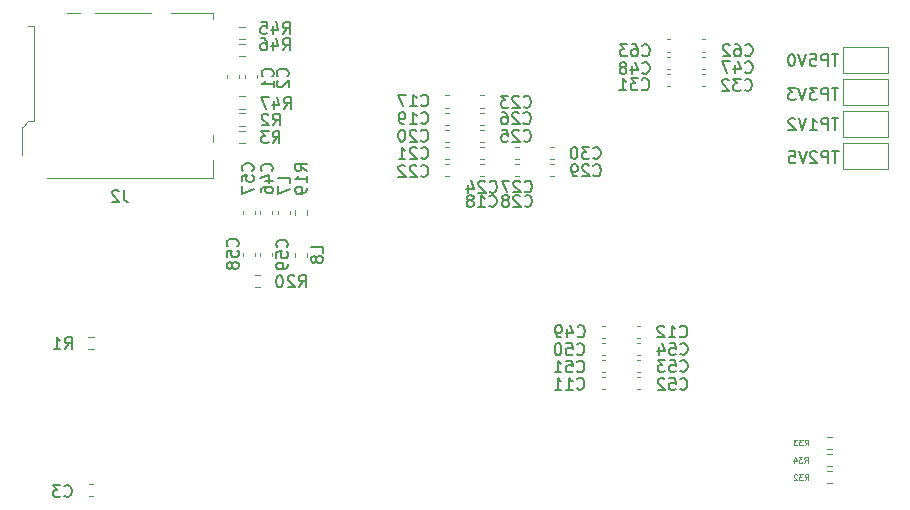
<source format=gbr>
%TF.GenerationSoftware,KiCad,Pcbnew,9.0.3*%
%TF.CreationDate,2025-10-26T12:54:33-04:00*%
%TF.ProjectId,SeedSBC_rev1_1,53656564-5342-4435-9f72-6576315f312e,rev?*%
%TF.SameCoordinates,Original*%
%TF.FileFunction,Legend,Bot*%
%TF.FilePolarity,Positive*%
%FSLAX46Y46*%
G04 Gerber Fmt 4.6, Leading zero omitted, Abs format (unit mm)*
G04 Created by KiCad (PCBNEW 9.0.3) date 2025-10-26 12:54:33*
%MOMM*%
%LPD*%
G01*
G04 APERTURE LIST*
%ADD10C,0.150000*%
%ADD11C,0.125000*%
%ADD12C,0.120000*%
G04 APERTURE END LIST*
D10*
X121689580Y-95397142D02*
X121737200Y-95349523D01*
X121737200Y-95349523D02*
X121784819Y-95206666D01*
X121784819Y-95206666D02*
X121784819Y-95111428D01*
X121784819Y-95111428D02*
X121737200Y-94968571D01*
X121737200Y-94968571D02*
X121641961Y-94873333D01*
X121641961Y-94873333D02*
X121546723Y-94825714D01*
X121546723Y-94825714D02*
X121356247Y-94778095D01*
X121356247Y-94778095D02*
X121213390Y-94778095D01*
X121213390Y-94778095D02*
X121022914Y-94825714D01*
X121022914Y-94825714D02*
X120927676Y-94873333D01*
X120927676Y-94873333D02*
X120832438Y-94968571D01*
X120832438Y-94968571D02*
X120784819Y-95111428D01*
X120784819Y-95111428D02*
X120784819Y-95206666D01*
X120784819Y-95206666D02*
X120832438Y-95349523D01*
X120832438Y-95349523D02*
X120880057Y-95397142D01*
X120784819Y-96301904D02*
X120784819Y-95825714D01*
X120784819Y-95825714D02*
X121261009Y-95778095D01*
X121261009Y-95778095D02*
X121213390Y-95825714D01*
X121213390Y-95825714D02*
X121165771Y-95920952D01*
X121165771Y-95920952D02*
X121165771Y-96159047D01*
X121165771Y-96159047D02*
X121213390Y-96254285D01*
X121213390Y-96254285D02*
X121261009Y-96301904D01*
X121261009Y-96301904D02*
X121356247Y-96349523D01*
X121356247Y-96349523D02*
X121594342Y-96349523D01*
X121594342Y-96349523D02*
X121689580Y-96301904D01*
X121689580Y-96301904D02*
X121737200Y-96254285D01*
X121737200Y-96254285D02*
X121784819Y-96159047D01*
X121784819Y-96159047D02*
X121784819Y-95920952D01*
X121784819Y-95920952D02*
X121737200Y-95825714D01*
X121737200Y-95825714D02*
X121689580Y-95778095D01*
X120784819Y-96682857D02*
X120784819Y-97349523D01*
X120784819Y-97349523D02*
X121784819Y-96920952D01*
X144632857Y-91349580D02*
X144680476Y-91397200D01*
X144680476Y-91397200D02*
X144823333Y-91444819D01*
X144823333Y-91444819D02*
X144918571Y-91444819D01*
X144918571Y-91444819D02*
X145061428Y-91397200D01*
X145061428Y-91397200D02*
X145156666Y-91301961D01*
X145156666Y-91301961D02*
X145204285Y-91206723D01*
X145204285Y-91206723D02*
X145251904Y-91016247D01*
X145251904Y-91016247D02*
X145251904Y-90873390D01*
X145251904Y-90873390D02*
X145204285Y-90682914D01*
X145204285Y-90682914D02*
X145156666Y-90587676D01*
X145156666Y-90587676D02*
X145061428Y-90492438D01*
X145061428Y-90492438D02*
X144918571Y-90444819D01*
X144918571Y-90444819D02*
X144823333Y-90444819D01*
X144823333Y-90444819D02*
X144680476Y-90492438D01*
X144680476Y-90492438D02*
X144632857Y-90540057D01*
X144251904Y-90540057D02*
X144204285Y-90492438D01*
X144204285Y-90492438D02*
X144109047Y-90444819D01*
X144109047Y-90444819D02*
X143870952Y-90444819D01*
X143870952Y-90444819D02*
X143775714Y-90492438D01*
X143775714Y-90492438D02*
X143728095Y-90540057D01*
X143728095Y-90540057D02*
X143680476Y-90635295D01*
X143680476Y-90635295D02*
X143680476Y-90730533D01*
X143680476Y-90730533D02*
X143728095Y-90873390D01*
X143728095Y-90873390D02*
X144299523Y-91444819D01*
X144299523Y-91444819D02*
X143680476Y-91444819D01*
X142823333Y-90444819D02*
X143013809Y-90444819D01*
X143013809Y-90444819D02*
X143109047Y-90492438D01*
X143109047Y-90492438D02*
X143156666Y-90540057D01*
X143156666Y-90540057D02*
X143251904Y-90682914D01*
X143251904Y-90682914D02*
X143299523Y-90873390D01*
X143299523Y-90873390D02*
X143299523Y-91254342D01*
X143299523Y-91254342D02*
X143251904Y-91349580D01*
X143251904Y-91349580D02*
X143204285Y-91397200D01*
X143204285Y-91397200D02*
X143109047Y-91444819D01*
X143109047Y-91444819D02*
X142918571Y-91444819D01*
X142918571Y-91444819D02*
X142823333Y-91397200D01*
X142823333Y-91397200D02*
X142775714Y-91349580D01*
X142775714Y-91349580D02*
X142728095Y-91254342D01*
X142728095Y-91254342D02*
X142728095Y-91016247D01*
X142728095Y-91016247D02*
X142775714Y-90921009D01*
X142775714Y-90921009D02*
X142823333Y-90873390D01*
X142823333Y-90873390D02*
X142918571Y-90825771D01*
X142918571Y-90825771D02*
X143109047Y-90825771D01*
X143109047Y-90825771D02*
X143204285Y-90873390D01*
X143204285Y-90873390D02*
X143251904Y-90921009D01*
X143251904Y-90921009D02*
X143299523Y-91016247D01*
D11*
X168451428Y-118654809D02*
X168618094Y-118416714D01*
X168737142Y-118654809D02*
X168737142Y-118154809D01*
X168737142Y-118154809D02*
X168546666Y-118154809D01*
X168546666Y-118154809D02*
X168499047Y-118178619D01*
X168499047Y-118178619D02*
X168475237Y-118202428D01*
X168475237Y-118202428D02*
X168451428Y-118250047D01*
X168451428Y-118250047D02*
X168451428Y-118321476D01*
X168451428Y-118321476D02*
X168475237Y-118369095D01*
X168475237Y-118369095D02*
X168499047Y-118392904D01*
X168499047Y-118392904D02*
X168546666Y-118416714D01*
X168546666Y-118416714D02*
X168737142Y-118416714D01*
X168284761Y-118154809D02*
X167975237Y-118154809D01*
X167975237Y-118154809D02*
X168141904Y-118345285D01*
X168141904Y-118345285D02*
X168070475Y-118345285D01*
X168070475Y-118345285D02*
X168022856Y-118369095D01*
X168022856Y-118369095D02*
X167999047Y-118392904D01*
X167999047Y-118392904D02*
X167975237Y-118440523D01*
X167975237Y-118440523D02*
X167975237Y-118559571D01*
X167975237Y-118559571D02*
X167999047Y-118607190D01*
X167999047Y-118607190D02*
X168022856Y-118631000D01*
X168022856Y-118631000D02*
X168070475Y-118654809D01*
X168070475Y-118654809D02*
X168213332Y-118654809D01*
X168213332Y-118654809D02*
X168260951Y-118631000D01*
X168260951Y-118631000D02*
X168284761Y-118607190D01*
X167808571Y-118154809D02*
X167499047Y-118154809D01*
X167499047Y-118154809D02*
X167665714Y-118345285D01*
X167665714Y-118345285D02*
X167594285Y-118345285D01*
X167594285Y-118345285D02*
X167546666Y-118369095D01*
X167546666Y-118369095D02*
X167522857Y-118392904D01*
X167522857Y-118392904D02*
X167499047Y-118440523D01*
X167499047Y-118440523D02*
X167499047Y-118559571D01*
X167499047Y-118559571D02*
X167522857Y-118607190D01*
X167522857Y-118607190D02*
X167546666Y-118631000D01*
X167546666Y-118631000D02*
X167594285Y-118654809D01*
X167594285Y-118654809D02*
X167737142Y-118654809D01*
X167737142Y-118654809D02*
X167784761Y-118631000D01*
X167784761Y-118631000D02*
X167808571Y-118607190D01*
D10*
X157882857Y-109409580D02*
X157930476Y-109457200D01*
X157930476Y-109457200D02*
X158073333Y-109504819D01*
X158073333Y-109504819D02*
X158168571Y-109504819D01*
X158168571Y-109504819D02*
X158311428Y-109457200D01*
X158311428Y-109457200D02*
X158406666Y-109361961D01*
X158406666Y-109361961D02*
X158454285Y-109266723D01*
X158454285Y-109266723D02*
X158501904Y-109076247D01*
X158501904Y-109076247D02*
X158501904Y-108933390D01*
X158501904Y-108933390D02*
X158454285Y-108742914D01*
X158454285Y-108742914D02*
X158406666Y-108647676D01*
X158406666Y-108647676D02*
X158311428Y-108552438D01*
X158311428Y-108552438D02*
X158168571Y-108504819D01*
X158168571Y-108504819D02*
X158073333Y-108504819D01*
X158073333Y-108504819D02*
X157930476Y-108552438D01*
X157930476Y-108552438D02*
X157882857Y-108600057D01*
X156930476Y-109504819D02*
X157501904Y-109504819D01*
X157216190Y-109504819D02*
X157216190Y-108504819D01*
X157216190Y-108504819D02*
X157311428Y-108647676D01*
X157311428Y-108647676D02*
X157406666Y-108742914D01*
X157406666Y-108742914D02*
X157501904Y-108790533D01*
X156549523Y-108600057D02*
X156501904Y-108552438D01*
X156501904Y-108552438D02*
X156406666Y-108504819D01*
X156406666Y-108504819D02*
X156168571Y-108504819D01*
X156168571Y-108504819D02*
X156073333Y-108552438D01*
X156073333Y-108552438D02*
X156025714Y-108600057D01*
X156025714Y-108600057D02*
X155978095Y-108695295D01*
X155978095Y-108695295D02*
X155978095Y-108790533D01*
X155978095Y-108790533D02*
X156025714Y-108933390D01*
X156025714Y-108933390D02*
X156597142Y-109504819D01*
X156597142Y-109504819D02*
X155978095Y-109504819D01*
X125612857Y-105244819D02*
X125946190Y-104768628D01*
X126184285Y-105244819D02*
X126184285Y-104244819D01*
X126184285Y-104244819D02*
X125803333Y-104244819D01*
X125803333Y-104244819D02*
X125708095Y-104292438D01*
X125708095Y-104292438D02*
X125660476Y-104340057D01*
X125660476Y-104340057D02*
X125612857Y-104435295D01*
X125612857Y-104435295D02*
X125612857Y-104578152D01*
X125612857Y-104578152D02*
X125660476Y-104673390D01*
X125660476Y-104673390D02*
X125708095Y-104721009D01*
X125708095Y-104721009D02*
X125803333Y-104768628D01*
X125803333Y-104768628D02*
X126184285Y-104768628D01*
X125231904Y-104340057D02*
X125184285Y-104292438D01*
X125184285Y-104292438D02*
X125089047Y-104244819D01*
X125089047Y-104244819D02*
X124850952Y-104244819D01*
X124850952Y-104244819D02*
X124755714Y-104292438D01*
X124755714Y-104292438D02*
X124708095Y-104340057D01*
X124708095Y-104340057D02*
X124660476Y-104435295D01*
X124660476Y-104435295D02*
X124660476Y-104530533D01*
X124660476Y-104530533D02*
X124708095Y-104673390D01*
X124708095Y-104673390D02*
X125279523Y-105244819D01*
X125279523Y-105244819D02*
X124660476Y-105244819D01*
X124041428Y-104244819D02*
X123946190Y-104244819D01*
X123946190Y-104244819D02*
X123850952Y-104292438D01*
X123850952Y-104292438D02*
X123803333Y-104340057D01*
X123803333Y-104340057D02*
X123755714Y-104435295D01*
X123755714Y-104435295D02*
X123708095Y-104625771D01*
X123708095Y-104625771D02*
X123708095Y-104863866D01*
X123708095Y-104863866D02*
X123755714Y-105054342D01*
X123755714Y-105054342D02*
X123803333Y-105149580D01*
X123803333Y-105149580D02*
X123850952Y-105197200D01*
X123850952Y-105197200D02*
X123946190Y-105244819D01*
X123946190Y-105244819D02*
X124041428Y-105244819D01*
X124041428Y-105244819D02*
X124136666Y-105197200D01*
X124136666Y-105197200D02*
X124184285Y-105149580D01*
X124184285Y-105149580D02*
X124231904Y-105054342D01*
X124231904Y-105054342D02*
X124279523Y-104863866D01*
X124279523Y-104863866D02*
X124279523Y-104625771D01*
X124279523Y-104625771D02*
X124231904Y-104435295D01*
X124231904Y-104435295D02*
X124184285Y-104340057D01*
X124184285Y-104340057D02*
X124136666Y-104292438D01*
X124136666Y-104292438D02*
X124041428Y-104244819D01*
X171296666Y-88384819D02*
X170725238Y-88384819D01*
X171010952Y-89384819D02*
X171010952Y-88384819D01*
X170391904Y-89384819D02*
X170391904Y-88384819D01*
X170391904Y-88384819D02*
X170010952Y-88384819D01*
X170010952Y-88384819D02*
X169915714Y-88432438D01*
X169915714Y-88432438D02*
X169868095Y-88480057D01*
X169868095Y-88480057D02*
X169820476Y-88575295D01*
X169820476Y-88575295D02*
X169820476Y-88718152D01*
X169820476Y-88718152D02*
X169868095Y-88813390D01*
X169868095Y-88813390D02*
X169915714Y-88861009D01*
X169915714Y-88861009D02*
X170010952Y-88908628D01*
X170010952Y-88908628D02*
X170391904Y-88908628D01*
X169487142Y-88384819D02*
X168868095Y-88384819D01*
X168868095Y-88384819D02*
X169201428Y-88765771D01*
X169201428Y-88765771D02*
X169058571Y-88765771D01*
X169058571Y-88765771D02*
X168963333Y-88813390D01*
X168963333Y-88813390D02*
X168915714Y-88861009D01*
X168915714Y-88861009D02*
X168868095Y-88956247D01*
X168868095Y-88956247D02*
X168868095Y-89194342D01*
X168868095Y-89194342D02*
X168915714Y-89289580D01*
X168915714Y-89289580D02*
X168963333Y-89337200D01*
X168963333Y-89337200D02*
X169058571Y-89384819D01*
X169058571Y-89384819D02*
X169344285Y-89384819D01*
X169344285Y-89384819D02*
X169439523Y-89337200D01*
X169439523Y-89337200D02*
X169487142Y-89289580D01*
X168582380Y-88384819D02*
X168249047Y-89384819D01*
X168249047Y-89384819D02*
X167915714Y-88384819D01*
X167677618Y-88384819D02*
X167058571Y-88384819D01*
X167058571Y-88384819D02*
X167391904Y-88765771D01*
X167391904Y-88765771D02*
X167249047Y-88765771D01*
X167249047Y-88765771D02*
X167153809Y-88813390D01*
X167153809Y-88813390D02*
X167106190Y-88861009D01*
X167106190Y-88861009D02*
X167058571Y-88956247D01*
X167058571Y-88956247D02*
X167058571Y-89194342D01*
X167058571Y-89194342D02*
X167106190Y-89289580D01*
X167106190Y-89289580D02*
X167153809Y-89337200D01*
X167153809Y-89337200D02*
X167249047Y-89384819D01*
X167249047Y-89384819D02*
X167534761Y-89384819D01*
X167534761Y-89384819D02*
X167629999Y-89337200D01*
X167629999Y-89337200D02*
X167677618Y-89289580D01*
X127644819Y-102325833D02*
X127644819Y-101849643D01*
X127644819Y-101849643D02*
X126644819Y-101849643D01*
X127073390Y-102802024D02*
X127025771Y-102706786D01*
X127025771Y-102706786D02*
X126978152Y-102659167D01*
X126978152Y-102659167D02*
X126882914Y-102611548D01*
X126882914Y-102611548D02*
X126835295Y-102611548D01*
X126835295Y-102611548D02*
X126740057Y-102659167D01*
X126740057Y-102659167D02*
X126692438Y-102706786D01*
X126692438Y-102706786D02*
X126644819Y-102802024D01*
X126644819Y-102802024D02*
X126644819Y-102992500D01*
X126644819Y-102992500D02*
X126692438Y-103087738D01*
X126692438Y-103087738D02*
X126740057Y-103135357D01*
X126740057Y-103135357D02*
X126835295Y-103182976D01*
X126835295Y-103182976D02*
X126882914Y-103182976D01*
X126882914Y-103182976D02*
X126978152Y-103135357D01*
X126978152Y-103135357D02*
X127025771Y-103087738D01*
X127025771Y-103087738D02*
X127073390Y-102992500D01*
X127073390Y-102992500D02*
X127073390Y-102802024D01*
X127073390Y-102802024D02*
X127121009Y-102706786D01*
X127121009Y-102706786D02*
X127168628Y-102659167D01*
X127168628Y-102659167D02*
X127263866Y-102611548D01*
X127263866Y-102611548D02*
X127454342Y-102611548D01*
X127454342Y-102611548D02*
X127549580Y-102659167D01*
X127549580Y-102659167D02*
X127597200Y-102706786D01*
X127597200Y-102706786D02*
X127644819Y-102802024D01*
X127644819Y-102802024D02*
X127644819Y-102992500D01*
X127644819Y-102992500D02*
X127597200Y-103087738D01*
X127597200Y-103087738D02*
X127549580Y-103135357D01*
X127549580Y-103135357D02*
X127454342Y-103182976D01*
X127454342Y-103182976D02*
X127263866Y-103182976D01*
X127263866Y-103182976D02*
X127168628Y-103135357D01*
X127168628Y-103135357D02*
X127121009Y-103087738D01*
X127121009Y-103087738D02*
X127073390Y-102992500D01*
X163417857Y-87049580D02*
X163465476Y-87097200D01*
X163465476Y-87097200D02*
X163608333Y-87144819D01*
X163608333Y-87144819D02*
X163703571Y-87144819D01*
X163703571Y-87144819D02*
X163846428Y-87097200D01*
X163846428Y-87097200D02*
X163941666Y-87001961D01*
X163941666Y-87001961D02*
X163989285Y-86906723D01*
X163989285Y-86906723D02*
X164036904Y-86716247D01*
X164036904Y-86716247D02*
X164036904Y-86573390D01*
X164036904Y-86573390D02*
X163989285Y-86382914D01*
X163989285Y-86382914D02*
X163941666Y-86287676D01*
X163941666Y-86287676D02*
X163846428Y-86192438D01*
X163846428Y-86192438D02*
X163703571Y-86144819D01*
X163703571Y-86144819D02*
X163608333Y-86144819D01*
X163608333Y-86144819D02*
X163465476Y-86192438D01*
X163465476Y-86192438D02*
X163417857Y-86240057D01*
X162560714Y-86478152D02*
X162560714Y-87144819D01*
X162798809Y-86097200D02*
X163036904Y-86811485D01*
X163036904Y-86811485D02*
X162417857Y-86811485D01*
X162132142Y-86144819D02*
X161465476Y-86144819D01*
X161465476Y-86144819D02*
X161894047Y-87144819D01*
X123396666Y-93034819D02*
X123729999Y-92558628D01*
X123968094Y-93034819D02*
X123968094Y-92034819D01*
X123968094Y-92034819D02*
X123587142Y-92034819D01*
X123587142Y-92034819D02*
X123491904Y-92082438D01*
X123491904Y-92082438D02*
X123444285Y-92130057D01*
X123444285Y-92130057D02*
X123396666Y-92225295D01*
X123396666Y-92225295D02*
X123396666Y-92368152D01*
X123396666Y-92368152D02*
X123444285Y-92463390D01*
X123444285Y-92463390D02*
X123491904Y-92511009D01*
X123491904Y-92511009D02*
X123587142Y-92558628D01*
X123587142Y-92558628D02*
X123968094Y-92558628D01*
X123063332Y-92034819D02*
X122444285Y-92034819D01*
X122444285Y-92034819D02*
X122777618Y-92415771D01*
X122777618Y-92415771D02*
X122634761Y-92415771D01*
X122634761Y-92415771D02*
X122539523Y-92463390D01*
X122539523Y-92463390D02*
X122491904Y-92511009D01*
X122491904Y-92511009D02*
X122444285Y-92606247D01*
X122444285Y-92606247D02*
X122444285Y-92844342D01*
X122444285Y-92844342D02*
X122491904Y-92939580D01*
X122491904Y-92939580D02*
X122539523Y-92987200D01*
X122539523Y-92987200D02*
X122634761Y-93034819D01*
X122634761Y-93034819D02*
X122920475Y-93034819D01*
X122920475Y-93034819D02*
X123015713Y-92987200D01*
X123015713Y-92987200D02*
X123063332Y-92939580D01*
X157912857Y-112339580D02*
X157960476Y-112387200D01*
X157960476Y-112387200D02*
X158103333Y-112434819D01*
X158103333Y-112434819D02*
X158198571Y-112434819D01*
X158198571Y-112434819D02*
X158341428Y-112387200D01*
X158341428Y-112387200D02*
X158436666Y-112291961D01*
X158436666Y-112291961D02*
X158484285Y-112196723D01*
X158484285Y-112196723D02*
X158531904Y-112006247D01*
X158531904Y-112006247D02*
X158531904Y-111863390D01*
X158531904Y-111863390D02*
X158484285Y-111672914D01*
X158484285Y-111672914D02*
X158436666Y-111577676D01*
X158436666Y-111577676D02*
X158341428Y-111482438D01*
X158341428Y-111482438D02*
X158198571Y-111434819D01*
X158198571Y-111434819D02*
X158103333Y-111434819D01*
X158103333Y-111434819D02*
X157960476Y-111482438D01*
X157960476Y-111482438D02*
X157912857Y-111530057D01*
X157008095Y-111434819D02*
X157484285Y-111434819D01*
X157484285Y-111434819D02*
X157531904Y-111911009D01*
X157531904Y-111911009D02*
X157484285Y-111863390D01*
X157484285Y-111863390D02*
X157389047Y-111815771D01*
X157389047Y-111815771D02*
X157150952Y-111815771D01*
X157150952Y-111815771D02*
X157055714Y-111863390D01*
X157055714Y-111863390D02*
X157008095Y-111911009D01*
X157008095Y-111911009D02*
X156960476Y-112006247D01*
X156960476Y-112006247D02*
X156960476Y-112244342D01*
X156960476Y-112244342D02*
X157008095Y-112339580D01*
X157008095Y-112339580D02*
X157055714Y-112387200D01*
X157055714Y-112387200D02*
X157150952Y-112434819D01*
X157150952Y-112434819D02*
X157389047Y-112434819D01*
X157389047Y-112434819D02*
X157484285Y-112387200D01*
X157484285Y-112387200D02*
X157531904Y-112339580D01*
X156627142Y-111434819D02*
X156008095Y-111434819D01*
X156008095Y-111434819D02*
X156341428Y-111815771D01*
X156341428Y-111815771D02*
X156198571Y-111815771D01*
X156198571Y-111815771D02*
X156103333Y-111863390D01*
X156103333Y-111863390D02*
X156055714Y-111911009D01*
X156055714Y-111911009D02*
X156008095Y-112006247D01*
X156008095Y-112006247D02*
X156008095Y-112244342D01*
X156008095Y-112244342D02*
X156055714Y-112339580D01*
X156055714Y-112339580D02*
X156103333Y-112387200D01*
X156103333Y-112387200D02*
X156198571Y-112434819D01*
X156198571Y-112434819D02*
X156484285Y-112434819D01*
X156484285Y-112434819D02*
X156579523Y-112387200D01*
X156579523Y-112387200D02*
X156627142Y-112339580D01*
X124649580Y-87378913D02*
X124697200Y-87331294D01*
X124697200Y-87331294D02*
X124744819Y-87188437D01*
X124744819Y-87188437D02*
X124744819Y-87093199D01*
X124744819Y-87093199D02*
X124697200Y-86950342D01*
X124697200Y-86950342D02*
X124601961Y-86855104D01*
X124601961Y-86855104D02*
X124506723Y-86807485D01*
X124506723Y-86807485D02*
X124316247Y-86759866D01*
X124316247Y-86759866D02*
X124173390Y-86759866D01*
X124173390Y-86759866D02*
X123982914Y-86807485D01*
X123982914Y-86807485D02*
X123887676Y-86855104D01*
X123887676Y-86855104D02*
X123792438Y-86950342D01*
X123792438Y-86950342D02*
X123744819Y-87093199D01*
X123744819Y-87093199D02*
X123744819Y-87188437D01*
X123744819Y-87188437D02*
X123792438Y-87331294D01*
X123792438Y-87331294D02*
X123840057Y-87378913D01*
X123840057Y-87759866D02*
X123792438Y-87807485D01*
X123792438Y-87807485D02*
X123744819Y-87902723D01*
X123744819Y-87902723D02*
X123744819Y-88140818D01*
X123744819Y-88140818D02*
X123792438Y-88236056D01*
X123792438Y-88236056D02*
X123840057Y-88283675D01*
X123840057Y-88283675D02*
X123935295Y-88331294D01*
X123935295Y-88331294D02*
X124030533Y-88331294D01*
X124030533Y-88331294D02*
X124173390Y-88283675D01*
X124173390Y-88283675D02*
X124744819Y-87712247D01*
X124744819Y-87712247D02*
X124744819Y-88331294D01*
X149172857Y-113829580D02*
X149220476Y-113877200D01*
X149220476Y-113877200D02*
X149363333Y-113924819D01*
X149363333Y-113924819D02*
X149458571Y-113924819D01*
X149458571Y-113924819D02*
X149601428Y-113877200D01*
X149601428Y-113877200D02*
X149696666Y-113781961D01*
X149696666Y-113781961D02*
X149744285Y-113686723D01*
X149744285Y-113686723D02*
X149791904Y-113496247D01*
X149791904Y-113496247D02*
X149791904Y-113353390D01*
X149791904Y-113353390D02*
X149744285Y-113162914D01*
X149744285Y-113162914D02*
X149696666Y-113067676D01*
X149696666Y-113067676D02*
X149601428Y-112972438D01*
X149601428Y-112972438D02*
X149458571Y-112924819D01*
X149458571Y-112924819D02*
X149363333Y-112924819D01*
X149363333Y-112924819D02*
X149220476Y-112972438D01*
X149220476Y-112972438D02*
X149172857Y-113020057D01*
X148220476Y-113924819D02*
X148791904Y-113924819D01*
X148506190Y-113924819D02*
X148506190Y-112924819D01*
X148506190Y-112924819D02*
X148601428Y-113067676D01*
X148601428Y-113067676D02*
X148696666Y-113162914D01*
X148696666Y-113162914D02*
X148791904Y-113210533D01*
X147268095Y-113924819D02*
X147839523Y-113924819D01*
X147553809Y-113924819D02*
X147553809Y-112924819D01*
X147553809Y-112924819D02*
X147649047Y-113067676D01*
X147649047Y-113067676D02*
X147744285Y-113162914D01*
X147744285Y-113162914D02*
X147839523Y-113210533D01*
X171306666Y-90954819D02*
X170735238Y-90954819D01*
X171020952Y-91954819D02*
X171020952Y-90954819D01*
X170401904Y-91954819D02*
X170401904Y-90954819D01*
X170401904Y-90954819D02*
X170020952Y-90954819D01*
X170020952Y-90954819D02*
X169925714Y-91002438D01*
X169925714Y-91002438D02*
X169878095Y-91050057D01*
X169878095Y-91050057D02*
X169830476Y-91145295D01*
X169830476Y-91145295D02*
X169830476Y-91288152D01*
X169830476Y-91288152D02*
X169878095Y-91383390D01*
X169878095Y-91383390D02*
X169925714Y-91431009D01*
X169925714Y-91431009D02*
X170020952Y-91478628D01*
X170020952Y-91478628D02*
X170401904Y-91478628D01*
X168878095Y-91954819D02*
X169449523Y-91954819D01*
X169163809Y-91954819D02*
X169163809Y-90954819D01*
X169163809Y-90954819D02*
X169259047Y-91097676D01*
X169259047Y-91097676D02*
X169354285Y-91192914D01*
X169354285Y-91192914D02*
X169449523Y-91240533D01*
X168592380Y-90954819D02*
X168259047Y-91954819D01*
X168259047Y-91954819D02*
X167925714Y-90954819D01*
X167639999Y-91050057D02*
X167592380Y-91002438D01*
X167592380Y-91002438D02*
X167497142Y-90954819D01*
X167497142Y-90954819D02*
X167259047Y-90954819D01*
X167259047Y-90954819D02*
X167163809Y-91002438D01*
X167163809Y-91002438D02*
X167116190Y-91050057D01*
X167116190Y-91050057D02*
X167068571Y-91145295D01*
X167068571Y-91145295D02*
X167068571Y-91240533D01*
X167068571Y-91240533D02*
X167116190Y-91383390D01*
X167116190Y-91383390D02*
X167687618Y-91954819D01*
X167687618Y-91954819D02*
X167068571Y-91954819D01*
X144642857Y-92839580D02*
X144690476Y-92887200D01*
X144690476Y-92887200D02*
X144833333Y-92934819D01*
X144833333Y-92934819D02*
X144928571Y-92934819D01*
X144928571Y-92934819D02*
X145071428Y-92887200D01*
X145071428Y-92887200D02*
X145166666Y-92791961D01*
X145166666Y-92791961D02*
X145214285Y-92696723D01*
X145214285Y-92696723D02*
X145261904Y-92506247D01*
X145261904Y-92506247D02*
X145261904Y-92363390D01*
X145261904Y-92363390D02*
X145214285Y-92172914D01*
X145214285Y-92172914D02*
X145166666Y-92077676D01*
X145166666Y-92077676D02*
X145071428Y-91982438D01*
X145071428Y-91982438D02*
X144928571Y-91934819D01*
X144928571Y-91934819D02*
X144833333Y-91934819D01*
X144833333Y-91934819D02*
X144690476Y-91982438D01*
X144690476Y-91982438D02*
X144642857Y-92030057D01*
X144261904Y-92030057D02*
X144214285Y-91982438D01*
X144214285Y-91982438D02*
X144119047Y-91934819D01*
X144119047Y-91934819D02*
X143880952Y-91934819D01*
X143880952Y-91934819D02*
X143785714Y-91982438D01*
X143785714Y-91982438D02*
X143738095Y-92030057D01*
X143738095Y-92030057D02*
X143690476Y-92125295D01*
X143690476Y-92125295D02*
X143690476Y-92220533D01*
X143690476Y-92220533D02*
X143738095Y-92363390D01*
X143738095Y-92363390D02*
X144309523Y-92934819D01*
X144309523Y-92934819D02*
X143690476Y-92934819D01*
X142785714Y-91934819D02*
X143261904Y-91934819D01*
X143261904Y-91934819D02*
X143309523Y-92411009D01*
X143309523Y-92411009D02*
X143261904Y-92363390D01*
X143261904Y-92363390D02*
X143166666Y-92315771D01*
X143166666Y-92315771D02*
X142928571Y-92315771D01*
X142928571Y-92315771D02*
X142833333Y-92363390D01*
X142833333Y-92363390D02*
X142785714Y-92411009D01*
X142785714Y-92411009D02*
X142738095Y-92506247D01*
X142738095Y-92506247D02*
X142738095Y-92744342D01*
X142738095Y-92744342D02*
X142785714Y-92839580D01*
X142785714Y-92839580D02*
X142833333Y-92887200D01*
X142833333Y-92887200D02*
X142928571Y-92934819D01*
X142928571Y-92934819D02*
X143166666Y-92934819D01*
X143166666Y-92934819D02*
X143261904Y-92887200D01*
X143261904Y-92887200D02*
X143309523Y-92839580D01*
X110803333Y-97024819D02*
X110803333Y-97739104D01*
X110803333Y-97739104D02*
X110850952Y-97881961D01*
X110850952Y-97881961D02*
X110946190Y-97977200D01*
X110946190Y-97977200D02*
X111089047Y-98024819D01*
X111089047Y-98024819D02*
X111184285Y-98024819D01*
X110374761Y-97120057D02*
X110327142Y-97072438D01*
X110327142Y-97072438D02*
X110231904Y-97024819D01*
X110231904Y-97024819D02*
X109993809Y-97024819D01*
X109993809Y-97024819D02*
X109898571Y-97072438D01*
X109898571Y-97072438D02*
X109850952Y-97120057D01*
X109850952Y-97120057D02*
X109803333Y-97215295D01*
X109803333Y-97215295D02*
X109803333Y-97310533D01*
X109803333Y-97310533D02*
X109850952Y-97453390D01*
X109850952Y-97453390D02*
X110422380Y-98024819D01*
X110422380Y-98024819D02*
X109803333Y-98024819D01*
X123309580Y-95407142D02*
X123357200Y-95359523D01*
X123357200Y-95359523D02*
X123404819Y-95216666D01*
X123404819Y-95216666D02*
X123404819Y-95121428D01*
X123404819Y-95121428D02*
X123357200Y-94978571D01*
X123357200Y-94978571D02*
X123261961Y-94883333D01*
X123261961Y-94883333D02*
X123166723Y-94835714D01*
X123166723Y-94835714D02*
X122976247Y-94788095D01*
X122976247Y-94788095D02*
X122833390Y-94788095D01*
X122833390Y-94788095D02*
X122642914Y-94835714D01*
X122642914Y-94835714D02*
X122547676Y-94883333D01*
X122547676Y-94883333D02*
X122452438Y-94978571D01*
X122452438Y-94978571D02*
X122404819Y-95121428D01*
X122404819Y-95121428D02*
X122404819Y-95216666D01*
X122404819Y-95216666D02*
X122452438Y-95359523D01*
X122452438Y-95359523D02*
X122500057Y-95407142D01*
X122738152Y-96264285D02*
X123404819Y-96264285D01*
X122357200Y-96026190D02*
X123071485Y-95788095D01*
X123071485Y-95788095D02*
X123071485Y-96407142D01*
X122404819Y-97216666D02*
X122404819Y-97026190D01*
X122404819Y-97026190D02*
X122452438Y-96930952D01*
X122452438Y-96930952D02*
X122500057Y-96883333D01*
X122500057Y-96883333D02*
X122642914Y-96788095D01*
X122642914Y-96788095D02*
X122833390Y-96740476D01*
X122833390Y-96740476D02*
X123214342Y-96740476D01*
X123214342Y-96740476D02*
X123309580Y-96788095D01*
X123309580Y-96788095D02*
X123357200Y-96835714D01*
X123357200Y-96835714D02*
X123404819Y-96930952D01*
X123404819Y-96930952D02*
X123404819Y-97121428D01*
X123404819Y-97121428D02*
X123357200Y-97216666D01*
X123357200Y-97216666D02*
X123309580Y-97264285D01*
X123309580Y-97264285D02*
X123214342Y-97311904D01*
X123214342Y-97311904D02*
X122976247Y-97311904D01*
X122976247Y-97311904D02*
X122881009Y-97264285D01*
X122881009Y-97264285D02*
X122833390Y-97216666D01*
X122833390Y-97216666D02*
X122785771Y-97121428D01*
X122785771Y-97121428D02*
X122785771Y-96930952D01*
X122785771Y-96930952D02*
X122833390Y-96835714D01*
X122833390Y-96835714D02*
X122881009Y-96788095D01*
X122881009Y-96788095D02*
X122976247Y-96740476D01*
X124262857Y-85196819D02*
X124596190Y-84720628D01*
X124834285Y-85196819D02*
X124834285Y-84196819D01*
X124834285Y-84196819D02*
X124453333Y-84196819D01*
X124453333Y-84196819D02*
X124358095Y-84244438D01*
X124358095Y-84244438D02*
X124310476Y-84292057D01*
X124310476Y-84292057D02*
X124262857Y-84387295D01*
X124262857Y-84387295D02*
X124262857Y-84530152D01*
X124262857Y-84530152D02*
X124310476Y-84625390D01*
X124310476Y-84625390D02*
X124358095Y-84673009D01*
X124358095Y-84673009D02*
X124453333Y-84720628D01*
X124453333Y-84720628D02*
X124834285Y-84720628D01*
X123405714Y-84530152D02*
X123405714Y-85196819D01*
X123643809Y-84149200D02*
X123881904Y-84863485D01*
X123881904Y-84863485D02*
X123262857Y-84863485D01*
X122453333Y-84196819D02*
X122643809Y-84196819D01*
X122643809Y-84196819D02*
X122739047Y-84244438D01*
X122739047Y-84244438D02*
X122786666Y-84292057D01*
X122786666Y-84292057D02*
X122881904Y-84434914D01*
X122881904Y-84434914D02*
X122929523Y-84625390D01*
X122929523Y-84625390D02*
X122929523Y-85006342D01*
X122929523Y-85006342D02*
X122881904Y-85101580D01*
X122881904Y-85101580D02*
X122834285Y-85149200D01*
X122834285Y-85149200D02*
X122739047Y-85196819D01*
X122739047Y-85196819D02*
X122548571Y-85196819D01*
X122548571Y-85196819D02*
X122453333Y-85149200D01*
X122453333Y-85149200D02*
X122405714Y-85101580D01*
X122405714Y-85101580D02*
X122358095Y-85006342D01*
X122358095Y-85006342D02*
X122358095Y-84768247D01*
X122358095Y-84768247D02*
X122405714Y-84673009D01*
X122405714Y-84673009D02*
X122453333Y-84625390D01*
X122453333Y-84625390D02*
X122548571Y-84577771D01*
X122548571Y-84577771D02*
X122739047Y-84577771D01*
X122739047Y-84577771D02*
X122834285Y-84625390D01*
X122834285Y-84625390D02*
X122881904Y-84673009D01*
X122881904Y-84673009D02*
X122929523Y-84768247D01*
X135972857Y-89859580D02*
X136020476Y-89907200D01*
X136020476Y-89907200D02*
X136163333Y-89954819D01*
X136163333Y-89954819D02*
X136258571Y-89954819D01*
X136258571Y-89954819D02*
X136401428Y-89907200D01*
X136401428Y-89907200D02*
X136496666Y-89811961D01*
X136496666Y-89811961D02*
X136544285Y-89716723D01*
X136544285Y-89716723D02*
X136591904Y-89526247D01*
X136591904Y-89526247D02*
X136591904Y-89383390D01*
X136591904Y-89383390D02*
X136544285Y-89192914D01*
X136544285Y-89192914D02*
X136496666Y-89097676D01*
X136496666Y-89097676D02*
X136401428Y-89002438D01*
X136401428Y-89002438D02*
X136258571Y-88954819D01*
X136258571Y-88954819D02*
X136163333Y-88954819D01*
X136163333Y-88954819D02*
X136020476Y-89002438D01*
X136020476Y-89002438D02*
X135972857Y-89050057D01*
X135020476Y-89954819D02*
X135591904Y-89954819D01*
X135306190Y-89954819D02*
X135306190Y-88954819D01*
X135306190Y-88954819D02*
X135401428Y-89097676D01*
X135401428Y-89097676D02*
X135496666Y-89192914D01*
X135496666Y-89192914D02*
X135591904Y-89240533D01*
X134687142Y-88954819D02*
X134020476Y-88954819D01*
X134020476Y-88954819D02*
X134449047Y-89954819D01*
X144732857Y-97129580D02*
X144780476Y-97177200D01*
X144780476Y-97177200D02*
X144923333Y-97224819D01*
X144923333Y-97224819D02*
X145018571Y-97224819D01*
X145018571Y-97224819D02*
X145161428Y-97177200D01*
X145161428Y-97177200D02*
X145256666Y-97081961D01*
X145256666Y-97081961D02*
X145304285Y-96986723D01*
X145304285Y-96986723D02*
X145351904Y-96796247D01*
X145351904Y-96796247D02*
X145351904Y-96653390D01*
X145351904Y-96653390D02*
X145304285Y-96462914D01*
X145304285Y-96462914D02*
X145256666Y-96367676D01*
X145256666Y-96367676D02*
X145161428Y-96272438D01*
X145161428Y-96272438D02*
X145018571Y-96224819D01*
X145018571Y-96224819D02*
X144923333Y-96224819D01*
X144923333Y-96224819D02*
X144780476Y-96272438D01*
X144780476Y-96272438D02*
X144732857Y-96320057D01*
X144351904Y-96320057D02*
X144304285Y-96272438D01*
X144304285Y-96272438D02*
X144209047Y-96224819D01*
X144209047Y-96224819D02*
X143970952Y-96224819D01*
X143970952Y-96224819D02*
X143875714Y-96272438D01*
X143875714Y-96272438D02*
X143828095Y-96320057D01*
X143828095Y-96320057D02*
X143780476Y-96415295D01*
X143780476Y-96415295D02*
X143780476Y-96510533D01*
X143780476Y-96510533D02*
X143828095Y-96653390D01*
X143828095Y-96653390D02*
X144399523Y-97224819D01*
X144399523Y-97224819D02*
X143780476Y-97224819D01*
X143447142Y-96224819D02*
X142780476Y-96224819D01*
X142780476Y-96224819D02*
X143209047Y-97224819D01*
X154662857Y-88479580D02*
X154710476Y-88527200D01*
X154710476Y-88527200D02*
X154853333Y-88574819D01*
X154853333Y-88574819D02*
X154948571Y-88574819D01*
X154948571Y-88574819D02*
X155091428Y-88527200D01*
X155091428Y-88527200D02*
X155186666Y-88431961D01*
X155186666Y-88431961D02*
X155234285Y-88336723D01*
X155234285Y-88336723D02*
X155281904Y-88146247D01*
X155281904Y-88146247D02*
X155281904Y-88003390D01*
X155281904Y-88003390D02*
X155234285Y-87812914D01*
X155234285Y-87812914D02*
X155186666Y-87717676D01*
X155186666Y-87717676D02*
X155091428Y-87622438D01*
X155091428Y-87622438D02*
X154948571Y-87574819D01*
X154948571Y-87574819D02*
X154853333Y-87574819D01*
X154853333Y-87574819D02*
X154710476Y-87622438D01*
X154710476Y-87622438D02*
X154662857Y-87670057D01*
X154329523Y-87574819D02*
X153710476Y-87574819D01*
X153710476Y-87574819D02*
X154043809Y-87955771D01*
X154043809Y-87955771D02*
X153900952Y-87955771D01*
X153900952Y-87955771D02*
X153805714Y-88003390D01*
X153805714Y-88003390D02*
X153758095Y-88051009D01*
X153758095Y-88051009D02*
X153710476Y-88146247D01*
X153710476Y-88146247D02*
X153710476Y-88384342D01*
X153710476Y-88384342D02*
X153758095Y-88479580D01*
X153758095Y-88479580D02*
X153805714Y-88527200D01*
X153805714Y-88527200D02*
X153900952Y-88574819D01*
X153900952Y-88574819D02*
X154186666Y-88574819D01*
X154186666Y-88574819D02*
X154281904Y-88527200D01*
X154281904Y-88527200D02*
X154329523Y-88479580D01*
X152758095Y-88574819D02*
X153329523Y-88574819D01*
X153043809Y-88574819D02*
X153043809Y-87574819D01*
X153043809Y-87574819D02*
X153139047Y-87717676D01*
X153139047Y-87717676D02*
X153234285Y-87812914D01*
X153234285Y-87812914D02*
X153329523Y-87860533D01*
X124589580Y-101847142D02*
X124637200Y-101799523D01*
X124637200Y-101799523D02*
X124684819Y-101656666D01*
X124684819Y-101656666D02*
X124684819Y-101561428D01*
X124684819Y-101561428D02*
X124637200Y-101418571D01*
X124637200Y-101418571D02*
X124541961Y-101323333D01*
X124541961Y-101323333D02*
X124446723Y-101275714D01*
X124446723Y-101275714D02*
X124256247Y-101228095D01*
X124256247Y-101228095D02*
X124113390Y-101228095D01*
X124113390Y-101228095D02*
X123922914Y-101275714D01*
X123922914Y-101275714D02*
X123827676Y-101323333D01*
X123827676Y-101323333D02*
X123732438Y-101418571D01*
X123732438Y-101418571D02*
X123684819Y-101561428D01*
X123684819Y-101561428D02*
X123684819Y-101656666D01*
X123684819Y-101656666D02*
X123732438Y-101799523D01*
X123732438Y-101799523D02*
X123780057Y-101847142D01*
X123684819Y-102751904D02*
X123684819Y-102275714D01*
X123684819Y-102275714D02*
X124161009Y-102228095D01*
X124161009Y-102228095D02*
X124113390Y-102275714D01*
X124113390Y-102275714D02*
X124065771Y-102370952D01*
X124065771Y-102370952D02*
X124065771Y-102609047D01*
X124065771Y-102609047D02*
X124113390Y-102704285D01*
X124113390Y-102704285D02*
X124161009Y-102751904D01*
X124161009Y-102751904D02*
X124256247Y-102799523D01*
X124256247Y-102799523D02*
X124494342Y-102799523D01*
X124494342Y-102799523D02*
X124589580Y-102751904D01*
X124589580Y-102751904D02*
X124637200Y-102704285D01*
X124637200Y-102704285D02*
X124684819Y-102609047D01*
X124684819Y-102609047D02*
X124684819Y-102370952D01*
X124684819Y-102370952D02*
X124637200Y-102275714D01*
X124637200Y-102275714D02*
X124589580Y-102228095D01*
X124684819Y-103275714D02*
X124684819Y-103466190D01*
X124684819Y-103466190D02*
X124637200Y-103561428D01*
X124637200Y-103561428D02*
X124589580Y-103609047D01*
X124589580Y-103609047D02*
X124446723Y-103704285D01*
X124446723Y-103704285D02*
X124256247Y-103751904D01*
X124256247Y-103751904D02*
X123875295Y-103751904D01*
X123875295Y-103751904D02*
X123780057Y-103704285D01*
X123780057Y-103704285D02*
X123732438Y-103656666D01*
X123732438Y-103656666D02*
X123684819Y-103561428D01*
X123684819Y-103561428D02*
X123684819Y-103370952D01*
X123684819Y-103370952D02*
X123732438Y-103275714D01*
X123732438Y-103275714D02*
X123780057Y-103228095D01*
X123780057Y-103228095D02*
X123875295Y-103180476D01*
X123875295Y-103180476D02*
X124113390Y-103180476D01*
X124113390Y-103180476D02*
X124208628Y-103228095D01*
X124208628Y-103228095D02*
X124256247Y-103275714D01*
X124256247Y-103275714D02*
X124303866Y-103370952D01*
X124303866Y-103370952D02*
X124303866Y-103561428D01*
X124303866Y-103561428D02*
X124256247Y-103656666D01*
X124256247Y-103656666D02*
X124208628Y-103704285D01*
X124208628Y-103704285D02*
X124113390Y-103751904D01*
X135952857Y-92829580D02*
X136000476Y-92877200D01*
X136000476Y-92877200D02*
X136143333Y-92924819D01*
X136143333Y-92924819D02*
X136238571Y-92924819D01*
X136238571Y-92924819D02*
X136381428Y-92877200D01*
X136381428Y-92877200D02*
X136476666Y-92781961D01*
X136476666Y-92781961D02*
X136524285Y-92686723D01*
X136524285Y-92686723D02*
X136571904Y-92496247D01*
X136571904Y-92496247D02*
X136571904Y-92353390D01*
X136571904Y-92353390D02*
X136524285Y-92162914D01*
X136524285Y-92162914D02*
X136476666Y-92067676D01*
X136476666Y-92067676D02*
X136381428Y-91972438D01*
X136381428Y-91972438D02*
X136238571Y-91924819D01*
X136238571Y-91924819D02*
X136143333Y-91924819D01*
X136143333Y-91924819D02*
X136000476Y-91972438D01*
X136000476Y-91972438D02*
X135952857Y-92020057D01*
X135571904Y-92020057D02*
X135524285Y-91972438D01*
X135524285Y-91972438D02*
X135429047Y-91924819D01*
X135429047Y-91924819D02*
X135190952Y-91924819D01*
X135190952Y-91924819D02*
X135095714Y-91972438D01*
X135095714Y-91972438D02*
X135048095Y-92020057D01*
X135048095Y-92020057D02*
X135000476Y-92115295D01*
X135000476Y-92115295D02*
X135000476Y-92210533D01*
X135000476Y-92210533D02*
X135048095Y-92353390D01*
X135048095Y-92353390D02*
X135619523Y-92924819D01*
X135619523Y-92924819D02*
X135000476Y-92924819D01*
X134381428Y-91924819D02*
X134286190Y-91924819D01*
X134286190Y-91924819D02*
X134190952Y-91972438D01*
X134190952Y-91972438D02*
X134143333Y-92020057D01*
X134143333Y-92020057D02*
X134095714Y-92115295D01*
X134095714Y-92115295D02*
X134048095Y-92305771D01*
X134048095Y-92305771D02*
X134048095Y-92543866D01*
X134048095Y-92543866D02*
X134095714Y-92734342D01*
X134095714Y-92734342D02*
X134143333Y-92829580D01*
X134143333Y-92829580D02*
X134190952Y-92877200D01*
X134190952Y-92877200D02*
X134286190Y-92924819D01*
X134286190Y-92924819D02*
X134381428Y-92924819D01*
X134381428Y-92924819D02*
X134476666Y-92877200D01*
X134476666Y-92877200D02*
X134524285Y-92829580D01*
X134524285Y-92829580D02*
X134571904Y-92734342D01*
X134571904Y-92734342D02*
X134619523Y-92543866D01*
X134619523Y-92543866D02*
X134619523Y-92305771D01*
X134619523Y-92305771D02*
X134571904Y-92115295D01*
X134571904Y-92115295D02*
X134524285Y-92020057D01*
X134524285Y-92020057D02*
X134476666Y-91972438D01*
X134476666Y-91972438D02*
X134381428Y-91924819D01*
X150542857Y-94289580D02*
X150590476Y-94337200D01*
X150590476Y-94337200D02*
X150733333Y-94384819D01*
X150733333Y-94384819D02*
X150828571Y-94384819D01*
X150828571Y-94384819D02*
X150971428Y-94337200D01*
X150971428Y-94337200D02*
X151066666Y-94241961D01*
X151066666Y-94241961D02*
X151114285Y-94146723D01*
X151114285Y-94146723D02*
X151161904Y-93956247D01*
X151161904Y-93956247D02*
X151161904Y-93813390D01*
X151161904Y-93813390D02*
X151114285Y-93622914D01*
X151114285Y-93622914D02*
X151066666Y-93527676D01*
X151066666Y-93527676D02*
X150971428Y-93432438D01*
X150971428Y-93432438D02*
X150828571Y-93384819D01*
X150828571Y-93384819D02*
X150733333Y-93384819D01*
X150733333Y-93384819D02*
X150590476Y-93432438D01*
X150590476Y-93432438D02*
X150542857Y-93480057D01*
X150209523Y-93384819D02*
X149590476Y-93384819D01*
X149590476Y-93384819D02*
X149923809Y-93765771D01*
X149923809Y-93765771D02*
X149780952Y-93765771D01*
X149780952Y-93765771D02*
X149685714Y-93813390D01*
X149685714Y-93813390D02*
X149638095Y-93861009D01*
X149638095Y-93861009D02*
X149590476Y-93956247D01*
X149590476Y-93956247D02*
X149590476Y-94194342D01*
X149590476Y-94194342D02*
X149638095Y-94289580D01*
X149638095Y-94289580D02*
X149685714Y-94337200D01*
X149685714Y-94337200D02*
X149780952Y-94384819D01*
X149780952Y-94384819D02*
X150066666Y-94384819D01*
X150066666Y-94384819D02*
X150161904Y-94337200D01*
X150161904Y-94337200D02*
X150209523Y-94289580D01*
X148971428Y-93384819D02*
X148876190Y-93384819D01*
X148876190Y-93384819D02*
X148780952Y-93432438D01*
X148780952Y-93432438D02*
X148733333Y-93480057D01*
X148733333Y-93480057D02*
X148685714Y-93575295D01*
X148685714Y-93575295D02*
X148638095Y-93765771D01*
X148638095Y-93765771D02*
X148638095Y-94003866D01*
X148638095Y-94003866D02*
X148685714Y-94194342D01*
X148685714Y-94194342D02*
X148733333Y-94289580D01*
X148733333Y-94289580D02*
X148780952Y-94337200D01*
X148780952Y-94337200D02*
X148876190Y-94384819D01*
X148876190Y-94384819D02*
X148971428Y-94384819D01*
X148971428Y-94384819D02*
X149066666Y-94337200D01*
X149066666Y-94337200D02*
X149114285Y-94289580D01*
X149114285Y-94289580D02*
X149161904Y-94194342D01*
X149161904Y-94194342D02*
X149209523Y-94003866D01*
X149209523Y-94003866D02*
X149209523Y-93765771D01*
X149209523Y-93765771D02*
X149161904Y-93575295D01*
X149161904Y-93575295D02*
X149114285Y-93480057D01*
X149114285Y-93480057D02*
X149066666Y-93432438D01*
X149066666Y-93432438D02*
X148971428Y-93384819D01*
X141762857Y-97149580D02*
X141810476Y-97197200D01*
X141810476Y-97197200D02*
X141953333Y-97244819D01*
X141953333Y-97244819D02*
X142048571Y-97244819D01*
X142048571Y-97244819D02*
X142191428Y-97197200D01*
X142191428Y-97197200D02*
X142286666Y-97101961D01*
X142286666Y-97101961D02*
X142334285Y-97006723D01*
X142334285Y-97006723D02*
X142381904Y-96816247D01*
X142381904Y-96816247D02*
X142381904Y-96673390D01*
X142381904Y-96673390D02*
X142334285Y-96482914D01*
X142334285Y-96482914D02*
X142286666Y-96387676D01*
X142286666Y-96387676D02*
X142191428Y-96292438D01*
X142191428Y-96292438D02*
X142048571Y-96244819D01*
X142048571Y-96244819D02*
X141953333Y-96244819D01*
X141953333Y-96244819D02*
X141810476Y-96292438D01*
X141810476Y-96292438D02*
X141762857Y-96340057D01*
X141381904Y-96340057D02*
X141334285Y-96292438D01*
X141334285Y-96292438D02*
X141239047Y-96244819D01*
X141239047Y-96244819D02*
X141000952Y-96244819D01*
X141000952Y-96244819D02*
X140905714Y-96292438D01*
X140905714Y-96292438D02*
X140858095Y-96340057D01*
X140858095Y-96340057D02*
X140810476Y-96435295D01*
X140810476Y-96435295D02*
X140810476Y-96530533D01*
X140810476Y-96530533D02*
X140858095Y-96673390D01*
X140858095Y-96673390D02*
X141429523Y-97244819D01*
X141429523Y-97244819D02*
X140810476Y-97244819D01*
X139953333Y-96578152D02*
X139953333Y-97244819D01*
X140191428Y-96197200D02*
X140429523Y-96911485D01*
X140429523Y-96911485D02*
X139810476Y-96911485D01*
X171316666Y-93744819D02*
X170745238Y-93744819D01*
X171030952Y-94744819D02*
X171030952Y-93744819D01*
X170411904Y-94744819D02*
X170411904Y-93744819D01*
X170411904Y-93744819D02*
X170030952Y-93744819D01*
X170030952Y-93744819D02*
X169935714Y-93792438D01*
X169935714Y-93792438D02*
X169888095Y-93840057D01*
X169888095Y-93840057D02*
X169840476Y-93935295D01*
X169840476Y-93935295D02*
X169840476Y-94078152D01*
X169840476Y-94078152D02*
X169888095Y-94173390D01*
X169888095Y-94173390D02*
X169935714Y-94221009D01*
X169935714Y-94221009D02*
X170030952Y-94268628D01*
X170030952Y-94268628D02*
X170411904Y-94268628D01*
X169459523Y-93840057D02*
X169411904Y-93792438D01*
X169411904Y-93792438D02*
X169316666Y-93744819D01*
X169316666Y-93744819D02*
X169078571Y-93744819D01*
X169078571Y-93744819D02*
X168983333Y-93792438D01*
X168983333Y-93792438D02*
X168935714Y-93840057D01*
X168935714Y-93840057D02*
X168888095Y-93935295D01*
X168888095Y-93935295D02*
X168888095Y-94030533D01*
X168888095Y-94030533D02*
X168935714Y-94173390D01*
X168935714Y-94173390D02*
X169507142Y-94744819D01*
X169507142Y-94744819D02*
X168888095Y-94744819D01*
X168602380Y-93744819D02*
X168269047Y-94744819D01*
X168269047Y-94744819D02*
X167935714Y-93744819D01*
X167126190Y-93744819D02*
X167602380Y-93744819D01*
X167602380Y-93744819D02*
X167649999Y-94221009D01*
X167649999Y-94221009D02*
X167602380Y-94173390D01*
X167602380Y-94173390D02*
X167507142Y-94125771D01*
X167507142Y-94125771D02*
X167269047Y-94125771D01*
X167269047Y-94125771D02*
X167173809Y-94173390D01*
X167173809Y-94173390D02*
X167126190Y-94221009D01*
X167126190Y-94221009D02*
X167078571Y-94316247D01*
X167078571Y-94316247D02*
X167078571Y-94554342D01*
X167078571Y-94554342D02*
X167126190Y-94649580D01*
X167126190Y-94649580D02*
X167173809Y-94697200D01*
X167173809Y-94697200D02*
X167269047Y-94744819D01*
X167269047Y-94744819D02*
X167507142Y-94744819D01*
X167507142Y-94744819D02*
X167602380Y-94697200D01*
X167602380Y-94697200D02*
X167649999Y-94649580D01*
X126294819Y-95417142D02*
X125818628Y-95083809D01*
X126294819Y-94845714D02*
X125294819Y-94845714D01*
X125294819Y-94845714D02*
X125294819Y-95226666D01*
X125294819Y-95226666D02*
X125342438Y-95321904D01*
X125342438Y-95321904D02*
X125390057Y-95369523D01*
X125390057Y-95369523D02*
X125485295Y-95417142D01*
X125485295Y-95417142D02*
X125628152Y-95417142D01*
X125628152Y-95417142D02*
X125723390Y-95369523D01*
X125723390Y-95369523D02*
X125771009Y-95321904D01*
X125771009Y-95321904D02*
X125818628Y-95226666D01*
X125818628Y-95226666D02*
X125818628Y-94845714D01*
X126294819Y-96369523D02*
X126294819Y-95798095D01*
X126294819Y-96083809D02*
X125294819Y-96083809D01*
X125294819Y-96083809D02*
X125437676Y-95988571D01*
X125437676Y-95988571D02*
X125532914Y-95893333D01*
X125532914Y-95893333D02*
X125580533Y-95798095D01*
X126294819Y-96845714D02*
X126294819Y-97036190D01*
X126294819Y-97036190D02*
X126247200Y-97131428D01*
X126247200Y-97131428D02*
X126199580Y-97179047D01*
X126199580Y-97179047D02*
X126056723Y-97274285D01*
X126056723Y-97274285D02*
X125866247Y-97321904D01*
X125866247Y-97321904D02*
X125485295Y-97321904D01*
X125485295Y-97321904D02*
X125390057Y-97274285D01*
X125390057Y-97274285D02*
X125342438Y-97226666D01*
X125342438Y-97226666D02*
X125294819Y-97131428D01*
X125294819Y-97131428D02*
X125294819Y-96940952D01*
X125294819Y-96940952D02*
X125342438Y-96845714D01*
X125342438Y-96845714D02*
X125390057Y-96798095D01*
X125390057Y-96798095D02*
X125485295Y-96750476D01*
X125485295Y-96750476D02*
X125723390Y-96750476D01*
X125723390Y-96750476D02*
X125818628Y-96798095D01*
X125818628Y-96798095D02*
X125866247Y-96845714D01*
X125866247Y-96845714D02*
X125913866Y-96940952D01*
X125913866Y-96940952D02*
X125913866Y-97131428D01*
X125913866Y-97131428D02*
X125866247Y-97226666D01*
X125866247Y-97226666D02*
X125818628Y-97274285D01*
X125818628Y-97274285D02*
X125723390Y-97321904D01*
X135972857Y-91339580D02*
X136020476Y-91387200D01*
X136020476Y-91387200D02*
X136163333Y-91434819D01*
X136163333Y-91434819D02*
X136258571Y-91434819D01*
X136258571Y-91434819D02*
X136401428Y-91387200D01*
X136401428Y-91387200D02*
X136496666Y-91291961D01*
X136496666Y-91291961D02*
X136544285Y-91196723D01*
X136544285Y-91196723D02*
X136591904Y-91006247D01*
X136591904Y-91006247D02*
X136591904Y-90863390D01*
X136591904Y-90863390D02*
X136544285Y-90672914D01*
X136544285Y-90672914D02*
X136496666Y-90577676D01*
X136496666Y-90577676D02*
X136401428Y-90482438D01*
X136401428Y-90482438D02*
X136258571Y-90434819D01*
X136258571Y-90434819D02*
X136163333Y-90434819D01*
X136163333Y-90434819D02*
X136020476Y-90482438D01*
X136020476Y-90482438D02*
X135972857Y-90530057D01*
X135020476Y-91434819D02*
X135591904Y-91434819D01*
X135306190Y-91434819D02*
X135306190Y-90434819D01*
X135306190Y-90434819D02*
X135401428Y-90577676D01*
X135401428Y-90577676D02*
X135496666Y-90672914D01*
X135496666Y-90672914D02*
X135591904Y-90720533D01*
X134544285Y-91434819D02*
X134353809Y-91434819D01*
X134353809Y-91434819D02*
X134258571Y-91387200D01*
X134258571Y-91387200D02*
X134210952Y-91339580D01*
X134210952Y-91339580D02*
X134115714Y-91196723D01*
X134115714Y-91196723D02*
X134068095Y-91006247D01*
X134068095Y-91006247D02*
X134068095Y-90625295D01*
X134068095Y-90625295D02*
X134115714Y-90530057D01*
X134115714Y-90530057D02*
X134163333Y-90482438D01*
X134163333Y-90482438D02*
X134258571Y-90434819D01*
X134258571Y-90434819D02*
X134449047Y-90434819D01*
X134449047Y-90434819D02*
X134544285Y-90482438D01*
X134544285Y-90482438D02*
X134591904Y-90530057D01*
X134591904Y-90530057D02*
X134639523Y-90625295D01*
X134639523Y-90625295D02*
X134639523Y-90863390D01*
X134639523Y-90863390D02*
X134591904Y-90958628D01*
X134591904Y-90958628D02*
X134544285Y-91006247D01*
X134544285Y-91006247D02*
X134449047Y-91053866D01*
X134449047Y-91053866D02*
X134258571Y-91053866D01*
X134258571Y-91053866D02*
X134163333Y-91006247D01*
X134163333Y-91006247D02*
X134115714Y-90958628D01*
X134115714Y-90958628D02*
X134068095Y-90863390D01*
X163352857Y-88529580D02*
X163400476Y-88577200D01*
X163400476Y-88577200D02*
X163543333Y-88624819D01*
X163543333Y-88624819D02*
X163638571Y-88624819D01*
X163638571Y-88624819D02*
X163781428Y-88577200D01*
X163781428Y-88577200D02*
X163876666Y-88481961D01*
X163876666Y-88481961D02*
X163924285Y-88386723D01*
X163924285Y-88386723D02*
X163971904Y-88196247D01*
X163971904Y-88196247D02*
X163971904Y-88053390D01*
X163971904Y-88053390D02*
X163924285Y-87862914D01*
X163924285Y-87862914D02*
X163876666Y-87767676D01*
X163876666Y-87767676D02*
X163781428Y-87672438D01*
X163781428Y-87672438D02*
X163638571Y-87624819D01*
X163638571Y-87624819D02*
X163543333Y-87624819D01*
X163543333Y-87624819D02*
X163400476Y-87672438D01*
X163400476Y-87672438D02*
X163352857Y-87720057D01*
X163019523Y-87624819D02*
X162400476Y-87624819D01*
X162400476Y-87624819D02*
X162733809Y-88005771D01*
X162733809Y-88005771D02*
X162590952Y-88005771D01*
X162590952Y-88005771D02*
X162495714Y-88053390D01*
X162495714Y-88053390D02*
X162448095Y-88101009D01*
X162448095Y-88101009D02*
X162400476Y-88196247D01*
X162400476Y-88196247D02*
X162400476Y-88434342D01*
X162400476Y-88434342D02*
X162448095Y-88529580D01*
X162448095Y-88529580D02*
X162495714Y-88577200D01*
X162495714Y-88577200D02*
X162590952Y-88624819D01*
X162590952Y-88624819D02*
X162876666Y-88624819D01*
X162876666Y-88624819D02*
X162971904Y-88577200D01*
X162971904Y-88577200D02*
X163019523Y-88529580D01*
X162019523Y-87720057D02*
X161971904Y-87672438D01*
X161971904Y-87672438D02*
X161876666Y-87624819D01*
X161876666Y-87624819D02*
X161638571Y-87624819D01*
X161638571Y-87624819D02*
X161543333Y-87672438D01*
X161543333Y-87672438D02*
X161495714Y-87720057D01*
X161495714Y-87720057D02*
X161448095Y-87815295D01*
X161448095Y-87815295D02*
X161448095Y-87910533D01*
X161448095Y-87910533D02*
X161495714Y-88053390D01*
X161495714Y-88053390D02*
X162067142Y-88624819D01*
X162067142Y-88624819D02*
X161448095Y-88624819D01*
X141742857Y-98369580D02*
X141790476Y-98417200D01*
X141790476Y-98417200D02*
X141933333Y-98464819D01*
X141933333Y-98464819D02*
X142028571Y-98464819D01*
X142028571Y-98464819D02*
X142171428Y-98417200D01*
X142171428Y-98417200D02*
X142266666Y-98321961D01*
X142266666Y-98321961D02*
X142314285Y-98226723D01*
X142314285Y-98226723D02*
X142361904Y-98036247D01*
X142361904Y-98036247D02*
X142361904Y-97893390D01*
X142361904Y-97893390D02*
X142314285Y-97702914D01*
X142314285Y-97702914D02*
X142266666Y-97607676D01*
X142266666Y-97607676D02*
X142171428Y-97512438D01*
X142171428Y-97512438D02*
X142028571Y-97464819D01*
X142028571Y-97464819D02*
X141933333Y-97464819D01*
X141933333Y-97464819D02*
X141790476Y-97512438D01*
X141790476Y-97512438D02*
X141742857Y-97560057D01*
X140790476Y-98464819D02*
X141361904Y-98464819D01*
X141076190Y-98464819D02*
X141076190Y-97464819D01*
X141076190Y-97464819D02*
X141171428Y-97607676D01*
X141171428Y-97607676D02*
X141266666Y-97702914D01*
X141266666Y-97702914D02*
X141361904Y-97750533D01*
X140219047Y-97893390D02*
X140314285Y-97845771D01*
X140314285Y-97845771D02*
X140361904Y-97798152D01*
X140361904Y-97798152D02*
X140409523Y-97702914D01*
X140409523Y-97702914D02*
X140409523Y-97655295D01*
X140409523Y-97655295D02*
X140361904Y-97560057D01*
X140361904Y-97560057D02*
X140314285Y-97512438D01*
X140314285Y-97512438D02*
X140219047Y-97464819D01*
X140219047Y-97464819D02*
X140028571Y-97464819D01*
X140028571Y-97464819D02*
X139933333Y-97512438D01*
X139933333Y-97512438D02*
X139885714Y-97560057D01*
X139885714Y-97560057D02*
X139838095Y-97655295D01*
X139838095Y-97655295D02*
X139838095Y-97702914D01*
X139838095Y-97702914D02*
X139885714Y-97798152D01*
X139885714Y-97798152D02*
X139933333Y-97845771D01*
X139933333Y-97845771D02*
X140028571Y-97893390D01*
X140028571Y-97893390D02*
X140219047Y-97893390D01*
X140219047Y-97893390D02*
X140314285Y-97941009D01*
X140314285Y-97941009D02*
X140361904Y-97988628D01*
X140361904Y-97988628D02*
X140409523Y-98083866D01*
X140409523Y-98083866D02*
X140409523Y-98274342D01*
X140409523Y-98274342D02*
X140361904Y-98369580D01*
X140361904Y-98369580D02*
X140314285Y-98417200D01*
X140314285Y-98417200D02*
X140219047Y-98464819D01*
X140219047Y-98464819D02*
X140028571Y-98464819D01*
X140028571Y-98464819D02*
X139933333Y-98417200D01*
X139933333Y-98417200D02*
X139885714Y-98369580D01*
X139885714Y-98369580D02*
X139838095Y-98274342D01*
X139838095Y-98274342D02*
X139838095Y-98083866D01*
X139838095Y-98083866D02*
X139885714Y-97988628D01*
X139885714Y-97988628D02*
X139933333Y-97941009D01*
X139933333Y-97941009D02*
X140028571Y-97893390D01*
X123379580Y-87378913D02*
X123427200Y-87331294D01*
X123427200Y-87331294D02*
X123474819Y-87188437D01*
X123474819Y-87188437D02*
X123474819Y-87093199D01*
X123474819Y-87093199D02*
X123427200Y-86950342D01*
X123427200Y-86950342D02*
X123331961Y-86855104D01*
X123331961Y-86855104D02*
X123236723Y-86807485D01*
X123236723Y-86807485D02*
X123046247Y-86759866D01*
X123046247Y-86759866D02*
X122903390Y-86759866D01*
X122903390Y-86759866D02*
X122712914Y-86807485D01*
X122712914Y-86807485D02*
X122617676Y-86855104D01*
X122617676Y-86855104D02*
X122522438Y-86950342D01*
X122522438Y-86950342D02*
X122474819Y-87093199D01*
X122474819Y-87093199D02*
X122474819Y-87188437D01*
X122474819Y-87188437D02*
X122522438Y-87331294D01*
X122522438Y-87331294D02*
X122570057Y-87378913D01*
X123474819Y-88331294D02*
X123474819Y-87759866D01*
X123474819Y-88045580D02*
X122474819Y-88045580D01*
X122474819Y-88045580D02*
X122617676Y-87950342D01*
X122617676Y-87950342D02*
X122712914Y-87855104D01*
X122712914Y-87855104D02*
X122760533Y-87759866D01*
X144642857Y-89959580D02*
X144690476Y-90007200D01*
X144690476Y-90007200D02*
X144833333Y-90054819D01*
X144833333Y-90054819D02*
X144928571Y-90054819D01*
X144928571Y-90054819D02*
X145071428Y-90007200D01*
X145071428Y-90007200D02*
X145166666Y-89911961D01*
X145166666Y-89911961D02*
X145214285Y-89816723D01*
X145214285Y-89816723D02*
X145261904Y-89626247D01*
X145261904Y-89626247D02*
X145261904Y-89483390D01*
X145261904Y-89483390D02*
X145214285Y-89292914D01*
X145214285Y-89292914D02*
X145166666Y-89197676D01*
X145166666Y-89197676D02*
X145071428Y-89102438D01*
X145071428Y-89102438D02*
X144928571Y-89054819D01*
X144928571Y-89054819D02*
X144833333Y-89054819D01*
X144833333Y-89054819D02*
X144690476Y-89102438D01*
X144690476Y-89102438D02*
X144642857Y-89150057D01*
X144261904Y-89150057D02*
X144214285Y-89102438D01*
X144214285Y-89102438D02*
X144119047Y-89054819D01*
X144119047Y-89054819D02*
X143880952Y-89054819D01*
X143880952Y-89054819D02*
X143785714Y-89102438D01*
X143785714Y-89102438D02*
X143738095Y-89150057D01*
X143738095Y-89150057D02*
X143690476Y-89245295D01*
X143690476Y-89245295D02*
X143690476Y-89340533D01*
X143690476Y-89340533D02*
X143738095Y-89483390D01*
X143738095Y-89483390D02*
X144309523Y-90054819D01*
X144309523Y-90054819D02*
X143690476Y-90054819D01*
X143357142Y-89054819D02*
X142738095Y-89054819D01*
X142738095Y-89054819D02*
X143071428Y-89435771D01*
X143071428Y-89435771D02*
X142928571Y-89435771D01*
X142928571Y-89435771D02*
X142833333Y-89483390D01*
X142833333Y-89483390D02*
X142785714Y-89531009D01*
X142785714Y-89531009D02*
X142738095Y-89626247D01*
X142738095Y-89626247D02*
X142738095Y-89864342D01*
X142738095Y-89864342D02*
X142785714Y-89959580D01*
X142785714Y-89959580D02*
X142833333Y-90007200D01*
X142833333Y-90007200D02*
X142928571Y-90054819D01*
X142928571Y-90054819D02*
X143214285Y-90054819D01*
X143214285Y-90054819D02*
X143309523Y-90007200D01*
X143309523Y-90007200D02*
X143357142Y-89959580D01*
X149172857Y-110909580D02*
X149220476Y-110957200D01*
X149220476Y-110957200D02*
X149363333Y-111004819D01*
X149363333Y-111004819D02*
X149458571Y-111004819D01*
X149458571Y-111004819D02*
X149601428Y-110957200D01*
X149601428Y-110957200D02*
X149696666Y-110861961D01*
X149696666Y-110861961D02*
X149744285Y-110766723D01*
X149744285Y-110766723D02*
X149791904Y-110576247D01*
X149791904Y-110576247D02*
X149791904Y-110433390D01*
X149791904Y-110433390D02*
X149744285Y-110242914D01*
X149744285Y-110242914D02*
X149696666Y-110147676D01*
X149696666Y-110147676D02*
X149601428Y-110052438D01*
X149601428Y-110052438D02*
X149458571Y-110004819D01*
X149458571Y-110004819D02*
X149363333Y-110004819D01*
X149363333Y-110004819D02*
X149220476Y-110052438D01*
X149220476Y-110052438D02*
X149172857Y-110100057D01*
X148268095Y-110004819D02*
X148744285Y-110004819D01*
X148744285Y-110004819D02*
X148791904Y-110481009D01*
X148791904Y-110481009D02*
X148744285Y-110433390D01*
X148744285Y-110433390D02*
X148649047Y-110385771D01*
X148649047Y-110385771D02*
X148410952Y-110385771D01*
X148410952Y-110385771D02*
X148315714Y-110433390D01*
X148315714Y-110433390D02*
X148268095Y-110481009D01*
X148268095Y-110481009D02*
X148220476Y-110576247D01*
X148220476Y-110576247D02*
X148220476Y-110814342D01*
X148220476Y-110814342D02*
X148268095Y-110909580D01*
X148268095Y-110909580D02*
X148315714Y-110957200D01*
X148315714Y-110957200D02*
X148410952Y-111004819D01*
X148410952Y-111004819D02*
X148649047Y-111004819D01*
X148649047Y-111004819D02*
X148744285Y-110957200D01*
X148744285Y-110957200D02*
X148791904Y-110909580D01*
X147601428Y-110004819D02*
X147506190Y-110004819D01*
X147506190Y-110004819D02*
X147410952Y-110052438D01*
X147410952Y-110052438D02*
X147363333Y-110100057D01*
X147363333Y-110100057D02*
X147315714Y-110195295D01*
X147315714Y-110195295D02*
X147268095Y-110385771D01*
X147268095Y-110385771D02*
X147268095Y-110623866D01*
X147268095Y-110623866D02*
X147315714Y-110814342D01*
X147315714Y-110814342D02*
X147363333Y-110909580D01*
X147363333Y-110909580D02*
X147410952Y-110957200D01*
X147410952Y-110957200D02*
X147506190Y-111004819D01*
X147506190Y-111004819D02*
X147601428Y-111004819D01*
X147601428Y-111004819D02*
X147696666Y-110957200D01*
X147696666Y-110957200D02*
X147744285Y-110909580D01*
X147744285Y-110909580D02*
X147791904Y-110814342D01*
X147791904Y-110814342D02*
X147839523Y-110623866D01*
X147839523Y-110623866D02*
X147839523Y-110385771D01*
X147839523Y-110385771D02*
X147791904Y-110195295D01*
X147791904Y-110195295D02*
X147744285Y-110100057D01*
X147744285Y-110100057D02*
X147696666Y-110052438D01*
X147696666Y-110052438D02*
X147601428Y-110004819D01*
X154707857Y-85609580D02*
X154755476Y-85657200D01*
X154755476Y-85657200D02*
X154898333Y-85704819D01*
X154898333Y-85704819D02*
X154993571Y-85704819D01*
X154993571Y-85704819D02*
X155136428Y-85657200D01*
X155136428Y-85657200D02*
X155231666Y-85561961D01*
X155231666Y-85561961D02*
X155279285Y-85466723D01*
X155279285Y-85466723D02*
X155326904Y-85276247D01*
X155326904Y-85276247D02*
X155326904Y-85133390D01*
X155326904Y-85133390D02*
X155279285Y-84942914D01*
X155279285Y-84942914D02*
X155231666Y-84847676D01*
X155231666Y-84847676D02*
X155136428Y-84752438D01*
X155136428Y-84752438D02*
X154993571Y-84704819D01*
X154993571Y-84704819D02*
X154898333Y-84704819D01*
X154898333Y-84704819D02*
X154755476Y-84752438D01*
X154755476Y-84752438D02*
X154707857Y-84800057D01*
X153850714Y-84704819D02*
X154041190Y-84704819D01*
X154041190Y-84704819D02*
X154136428Y-84752438D01*
X154136428Y-84752438D02*
X154184047Y-84800057D01*
X154184047Y-84800057D02*
X154279285Y-84942914D01*
X154279285Y-84942914D02*
X154326904Y-85133390D01*
X154326904Y-85133390D02*
X154326904Y-85514342D01*
X154326904Y-85514342D02*
X154279285Y-85609580D01*
X154279285Y-85609580D02*
X154231666Y-85657200D01*
X154231666Y-85657200D02*
X154136428Y-85704819D01*
X154136428Y-85704819D02*
X153945952Y-85704819D01*
X153945952Y-85704819D02*
X153850714Y-85657200D01*
X153850714Y-85657200D02*
X153803095Y-85609580D01*
X153803095Y-85609580D02*
X153755476Y-85514342D01*
X153755476Y-85514342D02*
X153755476Y-85276247D01*
X153755476Y-85276247D02*
X153803095Y-85181009D01*
X153803095Y-85181009D02*
X153850714Y-85133390D01*
X153850714Y-85133390D02*
X153945952Y-85085771D01*
X153945952Y-85085771D02*
X154136428Y-85085771D01*
X154136428Y-85085771D02*
X154231666Y-85133390D01*
X154231666Y-85133390D02*
X154279285Y-85181009D01*
X154279285Y-85181009D02*
X154326904Y-85276247D01*
X153422142Y-84704819D02*
X152803095Y-84704819D01*
X152803095Y-84704819D02*
X153136428Y-85085771D01*
X153136428Y-85085771D02*
X152993571Y-85085771D01*
X152993571Y-85085771D02*
X152898333Y-85133390D01*
X152898333Y-85133390D02*
X152850714Y-85181009D01*
X152850714Y-85181009D02*
X152803095Y-85276247D01*
X152803095Y-85276247D02*
X152803095Y-85514342D01*
X152803095Y-85514342D02*
X152850714Y-85609580D01*
X152850714Y-85609580D02*
X152898333Y-85657200D01*
X152898333Y-85657200D02*
X152993571Y-85704819D01*
X152993571Y-85704819D02*
X153279285Y-85704819D01*
X153279285Y-85704819D02*
X153374523Y-85657200D01*
X153374523Y-85657200D02*
X153422142Y-85609580D01*
D11*
X168421428Y-120134809D02*
X168588094Y-119896714D01*
X168707142Y-120134809D02*
X168707142Y-119634809D01*
X168707142Y-119634809D02*
X168516666Y-119634809D01*
X168516666Y-119634809D02*
X168469047Y-119658619D01*
X168469047Y-119658619D02*
X168445237Y-119682428D01*
X168445237Y-119682428D02*
X168421428Y-119730047D01*
X168421428Y-119730047D02*
X168421428Y-119801476D01*
X168421428Y-119801476D02*
X168445237Y-119849095D01*
X168445237Y-119849095D02*
X168469047Y-119872904D01*
X168469047Y-119872904D02*
X168516666Y-119896714D01*
X168516666Y-119896714D02*
X168707142Y-119896714D01*
X168254761Y-119634809D02*
X167945237Y-119634809D01*
X167945237Y-119634809D02*
X168111904Y-119825285D01*
X168111904Y-119825285D02*
X168040475Y-119825285D01*
X168040475Y-119825285D02*
X167992856Y-119849095D01*
X167992856Y-119849095D02*
X167969047Y-119872904D01*
X167969047Y-119872904D02*
X167945237Y-119920523D01*
X167945237Y-119920523D02*
X167945237Y-120039571D01*
X167945237Y-120039571D02*
X167969047Y-120087190D01*
X167969047Y-120087190D02*
X167992856Y-120111000D01*
X167992856Y-120111000D02*
X168040475Y-120134809D01*
X168040475Y-120134809D02*
X168183332Y-120134809D01*
X168183332Y-120134809D02*
X168230951Y-120111000D01*
X168230951Y-120111000D02*
X168254761Y-120087190D01*
X167516666Y-119801476D02*
X167516666Y-120134809D01*
X167635714Y-119611000D02*
X167754761Y-119968142D01*
X167754761Y-119968142D02*
X167445238Y-119968142D01*
D10*
X154687857Y-87099580D02*
X154735476Y-87147200D01*
X154735476Y-87147200D02*
X154878333Y-87194819D01*
X154878333Y-87194819D02*
X154973571Y-87194819D01*
X154973571Y-87194819D02*
X155116428Y-87147200D01*
X155116428Y-87147200D02*
X155211666Y-87051961D01*
X155211666Y-87051961D02*
X155259285Y-86956723D01*
X155259285Y-86956723D02*
X155306904Y-86766247D01*
X155306904Y-86766247D02*
X155306904Y-86623390D01*
X155306904Y-86623390D02*
X155259285Y-86432914D01*
X155259285Y-86432914D02*
X155211666Y-86337676D01*
X155211666Y-86337676D02*
X155116428Y-86242438D01*
X155116428Y-86242438D02*
X154973571Y-86194819D01*
X154973571Y-86194819D02*
X154878333Y-86194819D01*
X154878333Y-86194819D02*
X154735476Y-86242438D01*
X154735476Y-86242438D02*
X154687857Y-86290057D01*
X153830714Y-86528152D02*
X153830714Y-87194819D01*
X154068809Y-86147200D02*
X154306904Y-86861485D01*
X154306904Y-86861485D02*
X153687857Y-86861485D01*
X153164047Y-86623390D02*
X153259285Y-86575771D01*
X153259285Y-86575771D02*
X153306904Y-86528152D01*
X153306904Y-86528152D02*
X153354523Y-86432914D01*
X153354523Y-86432914D02*
X153354523Y-86385295D01*
X153354523Y-86385295D02*
X153306904Y-86290057D01*
X153306904Y-86290057D02*
X153259285Y-86242438D01*
X153259285Y-86242438D02*
X153164047Y-86194819D01*
X153164047Y-86194819D02*
X152973571Y-86194819D01*
X152973571Y-86194819D02*
X152878333Y-86242438D01*
X152878333Y-86242438D02*
X152830714Y-86290057D01*
X152830714Y-86290057D02*
X152783095Y-86385295D01*
X152783095Y-86385295D02*
X152783095Y-86432914D01*
X152783095Y-86432914D02*
X152830714Y-86528152D01*
X152830714Y-86528152D02*
X152878333Y-86575771D01*
X152878333Y-86575771D02*
X152973571Y-86623390D01*
X152973571Y-86623390D02*
X153164047Y-86623390D01*
X153164047Y-86623390D02*
X153259285Y-86671009D01*
X153259285Y-86671009D02*
X153306904Y-86718628D01*
X153306904Y-86718628D02*
X153354523Y-86813866D01*
X153354523Y-86813866D02*
X153354523Y-87004342D01*
X153354523Y-87004342D02*
X153306904Y-87099580D01*
X153306904Y-87099580D02*
X153259285Y-87147200D01*
X153259285Y-87147200D02*
X153164047Y-87194819D01*
X153164047Y-87194819D02*
X152973571Y-87194819D01*
X152973571Y-87194819D02*
X152878333Y-87147200D01*
X152878333Y-87147200D02*
X152830714Y-87099580D01*
X152830714Y-87099580D02*
X152783095Y-87004342D01*
X152783095Y-87004342D02*
X152783095Y-86813866D01*
X152783095Y-86813866D02*
X152830714Y-86718628D01*
X152830714Y-86718628D02*
X152878333Y-86671009D01*
X152878333Y-86671009D02*
X152973571Y-86623390D01*
X171286666Y-85514819D02*
X170715238Y-85514819D01*
X171000952Y-86514819D02*
X171000952Y-85514819D01*
X170381904Y-86514819D02*
X170381904Y-85514819D01*
X170381904Y-85514819D02*
X170000952Y-85514819D01*
X170000952Y-85514819D02*
X169905714Y-85562438D01*
X169905714Y-85562438D02*
X169858095Y-85610057D01*
X169858095Y-85610057D02*
X169810476Y-85705295D01*
X169810476Y-85705295D02*
X169810476Y-85848152D01*
X169810476Y-85848152D02*
X169858095Y-85943390D01*
X169858095Y-85943390D02*
X169905714Y-85991009D01*
X169905714Y-85991009D02*
X170000952Y-86038628D01*
X170000952Y-86038628D02*
X170381904Y-86038628D01*
X168905714Y-85514819D02*
X169381904Y-85514819D01*
X169381904Y-85514819D02*
X169429523Y-85991009D01*
X169429523Y-85991009D02*
X169381904Y-85943390D01*
X169381904Y-85943390D02*
X169286666Y-85895771D01*
X169286666Y-85895771D02*
X169048571Y-85895771D01*
X169048571Y-85895771D02*
X168953333Y-85943390D01*
X168953333Y-85943390D02*
X168905714Y-85991009D01*
X168905714Y-85991009D02*
X168858095Y-86086247D01*
X168858095Y-86086247D02*
X168858095Y-86324342D01*
X168858095Y-86324342D02*
X168905714Y-86419580D01*
X168905714Y-86419580D02*
X168953333Y-86467200D01*
X168953333Y-86467200D02*
X169048571Y-86514819D01*
X169048571Y-86514819D02*
X169286666Y-86514819D01*
X169286666Y-86514819D02*
X169381904Y-86467200D01*
X169381904Y-86467200D02*
X169429523Y-86419580D01*
X168572380Y-85514819D02*
X168239047Y-86514819D01*
X168239047Y-86514819D02*
X167905714Y-85514819D01*
X167381904Y-85514819D02*
X167286666Y-85514819D01*
X167286666Y-85514819D02*
X167191428Y-85562438D01*
X167191428Y-85562438D02*
X167143809Y-85610057D01*
X167143809Y-85610057D02*
X167096190Y-85705295D01*
X167096190Y-85705295D02*
X167048571Y-85895771D01*
X167048571Y-85895771D02*
X167048571Y-86133866D01*
X167048571Y-86133866D02*
X167096190Y-86324342D01*
X167096190Y-86324342D02*
X167143809Y-86419580D01*
X167143809Y-86419580D02*
X167191428Y-86467200D01*
X167191428Y-86467200D02*
X167286666Y-86514819D01*
X167286666Y-86514819D02*
X167381904Y-86514819D01*
X167381904Y-86514819D02*
X167477142Y-86467200D01*
X167477142Y-86467200D02*
X167524761Y-86419580D01*
X167524761Y-86419580D02*
X167572380Y-86324342D01*
X167572380Y-86324342D02*
X167619999Y-86133866D01*
X167619999Y-86133866D02*
X167619999Y-85895771D01*
X167619999Y-85895771D02*
X167572380Y-85705295D01*
X167572380Y-85705295D02*
X167524761Y-85610057D01*
X167524761Y-85610057D02*
X167477142Y-85562438D01*
X167477142Y-85562438D02*
X167381904Y-85514819D01*
X157912857Y-110899580D02*
X157960476Y-110947200D01*
X157960476Y-110947200D02*
X158103333Y-110994819D01*
X158103333Y-110994819D02*
X158198571Y-110994819D01*
X158198571Y-110994819D02*
X158341428Y-110947200D01*
X158341428Y-110947200D02*
X158436666Y-110851961D01*
X158436666Y-110851961D02*
X158484285Y-110756723D01*
X158484285Y-110756723D02*
X158531904Y-110566247D01*
X158531904Y-110566247D02*
X158531904Y-110423390D01*
X158531904Y-110423390D02*
X158484285Y-110232914D01*
X158484285Y-110232914D02*
X158436666Y-110137676D01*
X158436666Y-110137676D02*
X158341428Y-110042438D01*
X158341428Y-110042438D02*
X158198571Y-109994819D01*
X158198571Y-109994819D02*
X158103333Y-109994819D01*
X158103333Y-109994819D02*
X157960476Y-110042438D01*
X157960476Y-110042438D02*
X157912857Y-110090057D01*
X157008095Y-109994819D02*
X157484285Y-109994819D01*
X157484285Y-109994819D02*
X157531904Y-110471009D01*
X157531904Y-110471009D02*
X157484285Y-110423390D01*
X157484285Y-110423390D02*
X157389047Y-110375771D01*
X157389047Y-110375771D02*
X157150952Y-110375771D01*
X157150952Y-110375771D02*
X157055714Y-110423390D01*
X157055714Y-110423390D02*
X157008095Y-110471009D01*
X157008095Y-110471009D02*
X156960476Y-110566247D01*
X156960476Y-110566247D02*
X156960476Y-110804342D01*
X156960476Y-110804342D02*
X157008095Y-110899580D01*
X157008095Y-110899580D02*
X157055714Y-110947200D01*
X157055714Y-110947200D02*
X157150952Y-110994819D01*
X157150952Y-110994819D02*
X157389047Y-110994819D01*
X157389047Y-110994819D02*
X157484285Y-110947200D01*
X157484285Y-110947200D02*
X157531904Y-110899580D01*
X156103333Y-110328152D02*
X156103333Y-110994819D01*
X156341428Y-109947200D02*
X156579523Y-110661485D01*
X156579523Y-110661485D02*
X155960476Y-110661485D01*
X149172857Y-112369580D02*
X149220476Y-112417200D01*
X149220476Y-112417200D02*
X149363333Y-112464819D01*
X149363333Y-112464819D02*
X149458571Y-112464819D01*
X149458571Y-112464819D02*
X149601428Y-112417200D01*
X149601428Y-112417200D02*
X149696666Y-112321961D01*
X149696666Y-112321961D02*
X149744285Y-112226723D01*
X149744285Y-112226723D02*
X149791904Y-112036247D01*
X149791904Y-112036247D02*
X149791904Y-111893390D01*
X149791904Y-111893390D02*
X149744285Y-111702914D01*
X149744285Y-111702914D02*
X149696666Y-111607676D01*
X149696666Y-111607676D02*
X149601428Y-111512438D01*
X149601428Y-111512438D02*
X149458571Y-111464819D01*
X149458571Y-111464819D02*
X149363333Y-111464819D01*
X149363333Y-111464819D02*
X149220476Y-111512438D01*
X149220476Y-111512438D02*
X149172857Y-111560057D01*
X148268095Y-111464819D02*
X148744285Y-111464819D01*
X148744285Y-111464819D02*
X148791904Y-111941009D01*
X148791904Y-111941009D02*
X148744285Y-111893390D01*
X148744285Y-111893390D02*
X148649047Y-111845771D01*
X148649047Y-111845771D02*
X148410952Y-111845771D01*
X148410952Y-111845771D02*
X148315714Y-111893390D01*
X148315714Y-111893390D02*
X148268095Y-111941009D01*
X148268095Y-111941009D02*
X148220476Y-112036247D01*
X148220476Y-112036247D02*
X148220476Y-112274342D01*
X148220476Y-112274342D02*
X148268095Y-112369580D01*
X148268095Y-112369580D02*
X148315714Y-112417200D01*
X148315714Y-112417200D02*
X148410952Y-112464819D01*
X148410952Y-112464819D02*
X148649047Y-112464819D01*
X148649047Y-112464819D02*
X148744285Y-112417200D01*
X148744285Y-112417200D02*
X148791904Y-112369580D01*
X147268095Y-112464819D02*
X147839523Y-112464819D01*
X147553809Y-112464819D02*
X147553809Y-111464819D01*
X147553809Y-111464819D02*
X147649047Y-111607676D01*
X147649047Y-111607676D02*
X147744285Y-111702914D01*
X147744285Y-111702914D02*
X147839523Y-111750533D01*
X135972857Y-94309580D02*
X136020476Y-94357200D01*
X136020476Y-94357200D02*
X136163333Y-94404819D01*
X136163333Y-94404819D02*
X136258571Y-94404819D01*
X136258571Y-94404819D02*
X136401428Y-94357200D01*
X136401428Y-94357200D02*
X136496666Y-94261961D01*
X136496666Y-94261961D02*
X136544285Y-94166723D01*
X136544285Y-94166723D02*
X136591904Y-93976247D01*
X136591904Y-93976247D02*
X136591904Y-93833390D01*
X136591904Y-93833390D02*
X136544285Y-93642914D01*
X136544285Y-93642914D02*
X136496666Y-93547676D01*
X136496666Y-93547676D02*
X136401428Y-93452438D01*
X136401428Y-93452438D02*
X136258571Y-93404819D01*
X136258571Y-93404819D02*
X136163333Y-93404819D01*
X136163333Y-93404819D02*
X136020476Y-93452438D01*
X136020476Y-93452438D02*
X135972857Y-93500057D01*
X135591904Y-93500057D02*
X135544285Y-93452438D01*
X135544285Y-93452438D02*
X135449047Y-93404819D01*
X135449047Y-93404819D02*
X135210952Y-93404819D01*
X135210952Y-93404819D02*
X135115714Y-93452438D01*
X135115714Y-93452438D02*
X135068095Y-93500057D01*
X135068095Y-93500057D02*
X135020476Y-93595295D01*
X135020476Y-93595295D02*
X135020476Y-93690533D01*
X135020476Y-93690533D02*
X135068095Y-93833390D01*
X135068095Y-93833390D02*
X135639523Y-94404819D01*
X135639523Y-94404819D02*
X135020476Y-94404819D01*
X134068095Y-94404819D02*
X134639523Y-94404819D01*
X134353809Y-94404819D02*
X134353809Y-93404819D01*
X134353809Y-93404819D02*
X134449047Y-93547676D01*
X134449047Y-93547676D02*
X134544285Y-93642914D01*
X134544285Y-93642914D02*
X134639523Y-93690533D01*
X150562857Y-95769580D02*
X150610476Y-95817200D01*
X150610476Y-95817200D02*
X150753333Y-95864819D01*
X150753333Y-95864819D02*
X150848571Y-95864819D01*
X150848571Y-95864819D02*
X150991428Y-95817200D01*
X150991428Y-95817200D02*
X151086666Y-95721961D01*
X151086666Y-95721961D02*
X151134285Y-95626723D01*
X151134285Y-95626723D02*
X151181904Y-95436247D01*
X151181904Y-95436247D02*
X151181904Y-95293390D01*
X151181904Y-95293390D02*
X151134285Y-95102914D01*
X151134285Y-95102914D02*
X151086666Y-95007676D01*
X151086666Y-95007676D02*
X150991428Y-94912438D01*
X150991428Y-94912438D02*
X150848571Y-94864819D01*
X150848571Y-94864819D02*
X150753333Y-94864819D01*
X150753333Y-94864819D02*
X150610476Y-94912438D01*
X150610476Y-94912438D02*
X150562857Y-94960057D01*
X150181904Y-94960057D02*
X150134285Y-94912438D01*
X150134285Y-94912438D02*
X150039047Y-94864819D01*
X150039047Y-94864819D02*
X149800952Y-94864819D01*
X149800952Y-94864819D02*
X149705714Y-94912438D01*
X149705714Y-94912438D02*
X149658095Y-94960057D01*
X149658095Y-94960057D02*
X149610476Y-95055295D01*
X149610476Y-95055295D02*
X149610476Y-95150533D01*
X149610476Y-95150533D02*
X149658095Y-95293390D01*
X149658095Y-95293390D02*
X150229523Y-95864819D01*
X150229523Y-95864819D02*
X149610476Y-95864819D01*
X149134285Y-95864819D02*
X148943809Y-95864819D01*
X148943809Y-95864819D02*
X148848571Y-95817200D01*
X148848571Y-95817200D02*
X148800952Y-95769580D01*
X148800952Y-95769580D02*
X148705714Y-95626723D01*
X148705714Y-95626723D02*
X148658095Y-95436247D01*
X148658095Y-95436247D02*
X148658095Y-95055295D01*
X148658095Y-95055295D02*
X148705714Y-94960057D01*
X148705714Y-94960057D02*
X148753333Y-94912438D01*
X148753333Y-94912438D02*
X148848571Y-94864819D01*
X148848571Y-94864819D02*
X149039047Y-94864819D01*
X149039047Y-94864819D02*
X149134285Y-94912438D01*
X149134285Y-94912438D02*
X149181904Y-94960057D01*
X149181904Y-94960057D02*
X149229523Y-95055295D01*
X149229523Y-95055295D02*
X149229523Y-95293390D01*
X149229523Y-95293390D02*
X149181904Y-95388628D01*
X149181904Y-95388628D02*
X149134285Y-95436247D01*
X149134285Y-95436247D02*
X149039047Y-95483866D01*
X149039047Y-95483866D02*
X148848571Y-95483866D01*
X148848571Y-95483866D02*
X148753333Y-95436247D01*
X148753333Y-95436247D02*
X148705714Y-95388628D01*
X148705714Y-95388628D02*
X148658095Y-95293390D01*
X163417857Y-85599580D02*
X163465476Y-85647200D01*
X163465476Y-85647200D02*
X163608333Y-85694819D01*
X163608333Y-85694819D02*
X163703571Y-85694819D01*
X163703571Y-85694819D02*
X163846428Y-85647200D01*
X163846428Y-85647200D02*
X163941666Y-85551961D01*
X163941666Y-85551961D02*
X163989285Y-85456723D01*
X163989285Y-85456723D02*
X164036904Y-85266247D01*
X164036904Y-85266247D02*
X164036904Y-85123390D01*
X164036904Y-85123390D02*
X163989285Y-84932914D01*
X163989285Y-84932914D02*
X163941666Y-84837676D01*
X163941666Y-84837676D02*
X163846428Y-84742438D01*
X163846428Y-84742438D02*
X163703571Y-84694819D01*
X163703571Y-84694819D02*
X163608333Y-84694819D01*
X163608333Y-84694819D02*
X163465476Y-84742438D01*
X163465476Y-84742438D02*
X163417857Y-84790057D01*
X162560714Y-84694819D02*
X162751190Y-84694819D01*
X162751190Y-84694819D02*
X162846428Y-84742438D01*
X162846428Y-84742438D02*
X162894047Y-84790057D01*
X162894047Y-84790057D02*
X162989285Y-84932914D01*
X162989285Y-84932914D02*
X163036904Y-85123390D01*
X163036904Y-85123390D02*
X163036904Y-85504342D01*
X163036904Y-85504342D02*
X162989285Y-85599580D01*
X162989285Y-85599580D02*
X162941666Y-85647200D01*
X162941666Y-85647200D02*
X162846428Y-85694819D01*
X162846428Y-85694819D02*
X162655952Y-85694819D01*
X162655952Y-85694819D02*
X162560714Y-85647200D01*
X162560714Y-85647200D02*
X162513095Y-85599580D01*
X162513095Y-85599580D02*
X162465476Y-85504342D01*
X162465476Y-85504342D02*
X162465476Y-85266247D01*
X162465476Y-85266247D02*
X162513095Y-85171009D01*
X162513095Y-85171009D02*
X162560714Y-85123390D01*
X162560714Y-85123390D02*
X162655952Y-85075771D01*
X162655952Y-85075771D02*
X162846428Y-85075771D01*
X162846428Y-85075771D02*
X162941666Y-85123390D01*
X162941666Y-85123390D02*
X162989285Y-85171009D01*
X162989285Y-85171009D02*
X163036904Y-85266247D01*
X162084523Y-84790057D02*
X162036904Y-84742438D01*
X162036904Y-84742438D02*
X161941666Y-84694819D01*
X161941666Y-84694819D02*
X161703571Y-84694819D01*
X161703571Y-84694819D02*
X161608333Y-84742438D01*
X161608333Y-84742438D02*
X161560714Y-84790057D01*
X161560714Y-84790057D02*
X161513095Y-84885295D01*
X161513095Y-84885295D02*
X161513095Y-84980533D01*
X161513095Y-84980533D02*
X161560714Y-85123390D01*
X161560714Y-85123390D02*
X162132142Y-85694819D01*
X162132142Y-85694819D02*
X161513095Y-85694819D01*
D11*
X168451428Y-121594809D02*
X168618094Y-121356714D01*
X168737142Y-121594809D02*
X168737142Y-121094809D01*
X168737142Y-121094809D02*
X168546666Y-121094809D01*
X168546666Y-121094809D02*
X168499047Y-121118619D01*
X168499047Y-121118619D02*
X168475237Y-121142428D01*
X168475237Y-121142428D02*
X168451428Y-121190047D01*
X168451428Y-121190047D02*
X168451428Y-121261476D01*
X168451428Y-121261476D02*
X168475237Y-121309095D01*
X168475237Y-121309095D02*
X168499047Y-121332904D01*
X168499047Y-121332904D02*
X168546666Y-121356714D01*
X168546666Y-121356714D02*
X168737142Y-121356714D01*
X168284761Y-121094809D02*
X167975237Y-121094809D01*
X167975237Y-121094809D02*
X168141904Y-121285285D01*
X168141904Y-121285285D02*
X168070475Y-121285285D01*
X168070475Y-121285285D02*
X168022856Y-121309095D01*
X168022856Y-121309095D02*
X167999047Y-121332904D01*
X167999047Y-121332904D02*
X167975237Y-121380523D01*
X167975237Y-121380523D02*
X167975237Y-121499571D01*
X167975237Y-121499571D02*
X167999047Y-121547190D01*
X167999047Y-121547190D02*
X168022856Y-121571000D01*
X168022856Y-121571000D02*
X168070475Y-121594809D01*
X168070475Y-121594809D02*
X168213332Y-121594809D01*
X168213332Y-121594809D02*
X168260951Y-121571000D01*
X168260951Y-121571000D02*
X168284761Y-121547190D01*
X167784761Y-121142428D02*
X167760952Y-121118619D01*
X167760952Y-121118619D02*
X167713333Y-121094809D01*
X167713333Y-121094809D02*
X167594285Y-121094809D01*
X167594285Y-121094809D02*
X167546666Y-121118619D01*
X167546666Y-121118619D02*
X167522857Y-121142428D01*
X167522857Y-121142428D02*
X167499047Y-121190047D01*
X167499047Y-121190047D02*
X167499047Y-121237666D01*
X167499047Y-121237666D02*
X167522857Y-121309095D01*
X167522857Y-121309095D02*
X167808571Y-121594809D01*
X167808571Y-121594809D02*
X167499047Y-121594809D01*
D10*
X105766666Y-122919580D02*
X105814285Y-122967200D01*
X105814285Y-122967200D02*
X105957142Y-123014819D01*
X105957142Y-123014819D02*
X106052380Y-123014819D01*
X106052380Y-123014819D02*
X106195237Y-122967200D01*
X106195237Y-122967200D02*
X106290475Y-122871961D01*
X106290475Y-122871961D02*
X106338094Y-122776723D01*
X106338094Y-122776723D02*
X106385713Y-122586247D01*
X106385713Y-122586247D02*
X106385713Y-122443390D01*
X106385713Y-122443390D02*
X106338094Y-122252914D01*
X106338094Y-122252914D02*
X106290475Y-122157676D01*
X106290475Y-122157676D02*
X106195237Y-122062438D01*
X106195237Y-122062438D02*
X106052380Y-122014819D01*
X106052380Y-122014819D02*
X105957142Y-122014819D01*
X105957142Y-122014819D02*
X105814285Y-122062438D01*
X105814285Y-122062438D02*
X105766666Y-122110057D01*
X105433332Y-122014819D02*
X104814285Y-122014819D01*
X104814285Y-122014819D02*
X105147618Y-122395771D01*
X105147618Y-122395771D02*
X105004761Y-122395771D01*
X105004761Y-122395771D02*
X104909523Y-122443390D01*
X104909523Y-122443390D02*
X104861904Y-122491009D01*
X104861904Y-122491009D02*
X104814285Y-122586247D01*
X104814285Y-122586247D02*
X104814285Y-122824342D01*
X104814285Y-122824342D02*
X104861904Y-122919580D01*
X104861904Y-122919580D02*
X104909523Y-122967200D01*
X104909523Y-122967200D02*
X105004761Y-123014819D01*
X105004761Y-123014819D02*
X105290475Y-123014819D01*
X105290475Y-123014819D02*
X105385713Y-122967200D01*
X105385713Y-122967200D02*
X105433332Y-122919580D01*
X124854819Y-96453333D02*
X124854819Y-95977143D01*
X124854819Y-95977143D02*
X123854819Y-95977143D01*
X123854819Y-96691429D02*
X123854819Y-97358095D01*
X123854819Y-97358095D02*
X124854819Y-96929524D01*
X144732857Y-98369580D02*
X144780476Y-98417200D01*
X144780476Y-98417200D02*
X144923333Y-98464819D01*
X144923333Y-98464819D02*
X145018571Y-98464819D01*
X145018571Y-98464819D02*
X145161428Y-98417200D01*
X145161428Y-98417200D02*
X145256666Y-98321961D01*
X145256666Y-98321961D02*
X145304285Y-98226723D01*
X145304285Y-98226723D02*
X145351904Y-98036247D01*
X145351904Y-98036247D02*
X145351904Y-97893390D01*
X145351904Y-97893390D02*
X145304285Y-97702914D01*
X145304285Y-97702914D02*
X145256666Y-97607676D01*
X145256666Y-97607676D02*
X145161428Y-97512438D01*
X145161428Y-97512438D02*
X145018571Y-97464819D01*
X145018571Y-97464819D02*
X144923333Y-97464819D01*
X144923333Y-97464819D02*
X144780476Y-97512438D01*
X144780476Y-97512438D02*
X144732857Y-97560057D01*
X144351904Y-97560057D02*
X144304285Y-97512438D01*
X144304285Y-97512438D02*
X144209047Y-97464819D01*
X144209047Y-97464819D02*
X143970952Y-97464819D01*
X143970952Y-97464819D02*
X143875714Y-97512438D01*
X143875714Y-97512438D02*
X143828095Y-97560057D01*
X143828095Y-97560057D02*
X143780476Y-97655295D01*
X143780476Y-97655295D02*
X143780476Y-97750533D01*
X143780476Y-97750533D02*
X143828095Y-97893390D01*
X143828095Y-97893390D02*
X144399523Y-98464819D01*
X144399523Y-98464819D02*
X143780476Y-98464819D01*
X143209047Y-97893390D02*
X143304285Y-97845771D01*
X143304285Y-97845771D02*
X143351904Y-97798152D01*
X143351904Y-97798152D02*
X143399523Y-97702914D01*
X143399523Y-97702914D02*
X143399523Y-97655295D01*
X143399523Y-97655295D02*
X143351904Y-97560057D01*
X143351904Y-97560057D02*
X143304285Y-97512438D01*
X143304285Y-97512438D02*
X143209047Y-97464819D01*
X143209047Y-97464819D02*
X143018571Y-97464819D01*
X143018571Y-97464819D02*
X142923333Y-97512438D01*
X142923333Y-97512438D02*
X142875714Y-97560057D01*
X142875714Y-97560057D02*
X142828095Y-97655295D01*
X142828095Y-97655295D02*
X142828095Y-97702914D01*
X142828095Y-97702914D02*
X142875714Y-97798152D01*
X142875714Y-97798152D02*
X142923333Y-97845771D01*
X142923333Y-97845771D02*
X143018571Y-97893390D01*
X143018571Y-97893390D02*
X143209047Y-97893390D01*
X143209047Y-97893390D02*
X143304285Y-97941009D01*
X143304285Y-97941009D02*
X143351904Y-97988628D01*
X143351904Y-97988628D02*
X143399523Y-98083866D01*
X143399523Y-98083866D02*
X143399523Y-98274342D01*
X143399523Y-98274342D02*
X143351904Y-98369580D01*
X143351904Y-98369580D02*
X143304285Y-98417200D01*
X143304285Y-98417200D02*
X143209047Y-98464819D01*
X143209047Y-98464819D02*
X143018571Y-98464819D01*
X143018571Y-98464819D02*
X142923333Y-98417200D01*
X142923333Y-98417200D02*
X142875714Y-98369580D01*
X142875714Y-98369580D02*
X142828095Y-98274342D01*
X142828095Y-98274342D02*
X142828095Y-98083866D01*
X142828095Y-98083866D02*
X142875714Y-97988628D01*
X142875714Y-97988628D02*
X142923333Y-97941009D01*
X142923333Y-97941009D02*
X143018571Y-97893390D01*
X124352857Y-90174819D02*
X124686190Y-89698628D01*
X124924285Y-90174819D02*
X124924285Y-89174819D01*
X124924285Y-89174819D02*
X124543333Y-89174819D01*
X124543333Y-89174819D02*
X124448095Y-89222438D01*
X124448095Y-89222438D02*
X124400476Y-89270057D01*
X124400476Y-89270057D02*
X124352857Y-89365295D01*
X124352857Y-89365295D02*
X124352857Y-89508152D01*
X124352857Y-89508152D02*
X124400476Y-89603390D01*
X124400476Y-89603390D02*
X124448095Y-89651009D01*
X124448095Y-89651009D02*
X124543333Y-89698628D01*
X124543333Y-89698628D02*
X124924285Y-89698628D01*
X123495714Y-89508152D02*
X123495714Y-90174819D01*
X123733809Y-89127200D02*
X123971904Y-89841485D01*
X123971904Y-89841485D02*
X123352857Y-89841485D01*
X123067142Y-89174819D02*
X122400476Y-89174819D01*
X122400476Y-89174819D02*
X122829047Y-90174819D01*
X123416666Y-91554819D02*
X123749999Y-91078628D01*
X123988094Y-91554819D02*
X123988094Y-90554819D01*
X123988094Y-90554819D02*
X123607142Y-90554819D01*
X123607142Y-90554819D02*
X123511904Y-90602438D01*
X123511904Y-90602438D02*
X123464285Y-90650057D01*
X123464285Y-90650057D02*
X123416666Y-90745295D01*
X123416666Y-90745295D02*
X123416666Y-90888152D01*
X123416666Y-90888152D02*
X123464285Y-90983390D01*
X123464285Y-90983390D02*
X123511904Y-91031009D01*
X123511904Y-91031009D02*
X123607142Y-91078628D01*
X123607142Y-91078628D02*
X123988094Y-91078628D01*
X123035713Y-90650057D02*
X122988094Y-90602438D01*
X122988094Y-90602438D02*
X122892856Y-90554819D01*
X122892856Y-90554819D02*
X122654761Y-90554819D01*
X122654761Y-90554819D02*
X122559523Y-90602438D01*
X122559523Y-90602438D02*
X122511904Y-90650057D01*
X122511904Y-90650057D02*
X122464285Y-90745295D01*
X122464285Y-90745295D02*
X122464285Y-90840533D01*
X122464285Y-90840533D02*
X122511904Y-90983390D01*
X122511904Y-90983390D02*
X123083332Y-91554819D01*
X123083332Y-91554819D02*
X122464285Y-91554819D01*
X135952857Y-95819580D02*
X136000476Y-95867200D01*
X136000476Y-95867200D02*
X136143333Y-95914819D01*
X136143333Y-95914819D02*
X136238571Y-95914819D01*
X136238571Y-95914819D02*
X136381428Y-95867200D01*
X136381428Y-95867200D02*
X136476666Y-95771961D01*
X136476666Y-95771961D02*
X136524285Y-95676723D01*
X136524285Y-95676723D02*
X136571904Y-95486247D01*
X136571904Y-95486247D02*
X136571904Y-95343390D01*
X136571904Y-95343390D02*
X136524285Y-95152914D01*
X136524285Y-95152914D02*
X136476666Y-95057676D01*
X136476666Y-95057676D02*
X136381428Y-94962438D01*
X136381428Y-94962438D02*
X136238571Y-94914819D01*
X136238571Y-94914819D02*
X136143333Y-94914819D01*
X136143333Y-94914819D02*
X136000476Y-94962438D01*
X136000476Y-94962438D02*
X135952857Y-95010057D01*
X135571904Y-95010057D02*
X135524285Y-94962438D01*
X135524285Y-94962438D02*
X135429047Y-94914819D01*
X135429047Y-94914819D02*
X135190952Y-94914819D01*
X135190952Y-94914819D02*
X135095714Y-94962438D01*
X135095714Y-94962438D02*
X135048095Y-95010057D01*
X135048095Y-95010057D02*
X135000476Y-95105295D01*
X135000476Y-95105295D02*
X135000476Y-95200533D01*
X135000476Y-95200533D02*
X135048095Y-95343390D01*
X135048095Y-95343390D02*
X135619523Y-95914819D01*
X135619523Y-95914819D02*
X135000476Y-95914819D01*
X134619523Y-95010057D02*
X134571904Y-94962438D01*
X134571904Y-94962438D02*
X134476666Y-94914819D01*
X134476666Y-94914819D02*
X134238571Y-94914819D01*
X134238571Y-94914819D02*
X134143333Y-94962438D01*
X134143333Y-94962438D02*
X134095714Y-95010057D01*
X134095714Y-95010057D02*
X134048095Y-95105295D01*
X134048095Y-95105295D02*
X134048095Y-95200533D01*
X134048095Y-95200533D02*
X134095714Y-95343390D01*
X134095714Y-95343390D02*
X134667142Y-95914819D01*
X134667142Y-95914819D02*
X134048095Y-95914819D01*
X105806666Y-110484819D02*
X106139999Y-110008628D01*
X106378094Y-110484819D02*
X106378094Y-109484819D01*
X106378094Y-109484819D02*
X105997142Y-109484819D01*
X105997142Y-109484819D02*
X105901904Y-109532438D01*
X105901904Y-109532438D02*
X105854285Y-109580057D01*
X105854285Y-109580057D02*
X105806666Y-109675295D01*
X105806666Y-109675295D02*
X105806666Y-109818152D01*
X105806666Y-109818152D02*
X105854285Y-109913390D01*
X105854285Y-109913390D02*
X105901904Y-109961009D01*
X105901904Y-109961009D02*
X105997142Y-110008628D01*
X105997142Y-110008628D02*
X106378094Y-110008628D01*
X104854285Y-110484819D02*
X105425713Y-110484819D01*
X105139999Y-110484819D02*
X105139999Y-109484819D01*
X105139999Y-109484819D02*
X105235237Y-109627676D01*
X105235237Y-109627676D02*
X105330475Y-109722914D01*
X105330475Y-109722914D02*
X105425713Y-109770533D01*
X120419580Y-101787142D02*
X120467200Y-101739523D01*
X120467200Y-101739523D02*
X120514819Y-101596666D01*
X120514819Y-101596666D02*
X120514819Y-101501428D01*
X120514819Y-101501428D02*
X120467200Y-101358571D01*
X120467200Y-101358571D02*
X120371961Y-101263333D01*
X120371961Y-101263333D02*
X120276723Y-101215714D01*
X120276723Y-101215714D02*
X120086247Y-101168095D01*
X120086247Y-101168095D02*
X119943390Y-101168095D01*
X119943390Y-101168095D02*
X119752914Y-101215714D01*
X119752914Y-101215714D02*
X119657676Y-101263333D01*
X119657676Y-101263333D02*
X119562438Y-101358571D01*
X119562438Y-101358571D02*
X119514819Y-101501428D01*
X119514819Y-101501428D02*
X119514819Y-101596666D01*
X119514819Y-101596666D02*
X119562438Y-101739523D01*
X119562438Y-101739523D02*
X119610057Y-101787142D01*
X119514819Y-102691904D02*
X119514819Y-102215714D01*
X119514819Y-102215714D02*
X119991009Y-102168095D01*
X119991009Y-102168095D02*
X119943390Y-102215714D01*
X119943390Y-102215714D02*
X119895771Y-102310952D01*
X119895771Y-102310952D02*
X119895771Y-102549047D01*
X119895771Y-102549047D02*
X119943390Y-102644285D01*
X119943390Y-102644285D02*
X119991009Y-102691904D01*
X119991009Y-102691904D02*
X120086247Y-102739523D01*
X120086247Y-102739523D02*
X120324342Y-102739523D01*
X120324342Y-102739523D02*
X120419580Y-102691904D01*
X120419580Y-102691904D02*
X120467200Y-102644285D01*
X120467200Y-102644285D02*
X120514819Y-102549047D01*
X120514819Y-102549047D02*
X120514819Y-102310952D01*
X120514819Y-102310952D02*
X120467200Y-102215714D01*
X120467200Y-102215714D02*
X120419580Y-102168095D01*
X119943390Y-103310952D02*
X119895771Y-103215714D01*
X119895771Y-103215714D02*
X119848152Y-103168095D01*
X119848152Y-103168095D02*
X119752914Y-103120476D01*
X119752914Y-103120476D02*
X119705295Y-103120476D01*
X119705295Y-103120476D02*
X119610057Y-103168095D01*
X119610057Y-103168095D02*
X119562438Y-103215714D01*
X119562438Y-103215714D02*
X119514819Y-103310952D01*
X119514819Y-103310952D02*
X119514819Y-103501428D01*
X119514819Y-103501428D02*
X119562438Y-103596666D01*
X119562438Y-103596666D02*
X119610057Y-103644285D01*
X119610057Y-103644285D02*
X119705295Y-103691904D01*
X119705295Y-103691904D02*
X119752914Y-103691904D01*
X119752914Y-103691904D02*
X119848152Y-103644285D01*
X119848152Y-103644285D02*
X119895771Y-103596666D01*
X119895771Y-103596666D02*
X119943390Y-103501428D01*
X119943390Y-103501428D02*
X119943390Y-103310952D01*
X119943390Y-103310952D02*
X119991009Y-103215714D01*
X119991009Y-103215714D02*
X120038628Y-103168095D01*
X120038628Y-103168095D02*
X120133866Y-103120476D01*
X120133866Y-103120476D02*
X120324342Y-103120476D01*
X120324342Y-103120476D02*
X120419580Y-103168095D01*
X120419580Y-103168095D02*
X120467200Y-103215714D01*
X120467200Y-103215714D02*
X120514819Y-103310952D01*
X120514819Y-103310952D02*
X120514819Y-103501428D01*
X120514819Y-103501428D02*
X120467200Y-103596666D01*
X120467200Y-103596666D02*
X120419580Y-103644285D01*
X120419580Y-103644285D02*
X120324342Y-103691904D01*
X120324342Y-103691904D02*
X120133866Y-103691904D01*
X120133866Y-103691904D02*
X120038628Y-103644285D01*
X120038628Y-103644285D02*
X119991009Y-103596666D01*
X119991009Y-103596666D02*
X119943390Y-103501428D01*
X157902857Y-113849580D02*
X157950476Y-113897200D01*
X157950476Y-113897200D02*
X158093333Y-113944819D01*
X158093333Y-113944819D02*
X158188571Y-113944819D01*
X158188571Y-113944819D02*
X158331428Y-113897200D01*
X158331428Y-113897200D02*
X158426666Y-113801961D01*
X158426666Y-113801961D02*
X158474285Y-113706723D01*
X158474285Y-113706723D02*
X158521904Y-113516247D01*
X158521904Y-113516247D02*
X158521904Y-113373390D01*
X158521904Y-113373390D02*
X158474285Y-113182914D01*
X158474285Y-113182914D02*
X158426666Y-113087676D01*
X158426666Y-113087676D02*
X158331428Y-112992438D01*
X158331428Y-112992438D02*
X158188571Y-112944819D01*
X158188571Y-112944819D02*
X158093333Y-112944819D01*
X158093333Y-112944819D02*
X157950476Y-112992438D01*
X157950476Y-112992438D02*
X157902857Y-113040057D01*
X156998095Y-112944819D02*
X157474285Y-112944819D01*
X157474285Y-112944819D02*
X157521904Y-113421009D01*
X157521904Y-113421009D02*
X157474285Y-113373390D01*
X157474285Y-113373390D02*
X157379047Y-113325771D01*
X157379047Y-113325771D02*
X157140952Y-113325771D01*
X157140952Y-113325771D02*
X157045714Y-113373390D01*
X157045714Y-113373390D02*
X156998095Y-113421009D01*
X156998095Y-113421009D02*
X156950476Y-113516247D01*
X156950476Y-113516247D02*
X156950476Y-113754342D01*
X156950476Y-113754342D02*
X156998095Y-113849580D01*
X156998095Y-113849580D02*
X157045714Y-113897200D01*
X157045714Y-113897200D02*
X157140952Y-113944819D01*
X157140952Y-113944819D02*
X157379047Y-113944819D01*
X157379047Y-113944819D02*
X157474285Y-113897200D01*
X157474285Y-113897200D02*
X157521904Y-113849580D01*
X156569523Y-113040057D02*
X156521904Y-112992438D01*
X156521904Y-112992438D02*
X156426666Y-112944819D01*
X156426666Y-112944819D02*
X156188571Y-112944819D01*
X156188571Y-112944819D02*
X156093333Y-112992438D01*
X156093333Y-112992438D02*
X156045714Y-113040057D01*
X156045714Y-113040057D02*
X155998095Y-113135295D01*
X155998095Y-113135295D02*
X155998095Y-113230533D01*
X155998095Y-113230533D02*
X156045714Y-113373390D01*
X156045714Y-113373390D02*
X156617142Y-113944819D01*
X156617142Y-113944819D02*
X155998095Y-113944819D01*
X124262857Y-83800819D02*
X124596190Y-83324628D01*
X124834285Y-83800819D02*
X124834285Y-82800819D01*
X124834285Y-82800819D02*
X124453333Y-82800819D01*
X124453333Y-82800819D02*
X124358095Y-82848438D01*
X124358095Y-82848438D02*
X124310476Y-82896057D01*
X124310476Y-82896057D02*
X124262857Y-82991295D01*
X124262857Y-82991295D02*
X124262857Y-83134152D01*
X124262857Y-83134152D02*
X124310476Y-83229390D01*
X124310476Y-83229390D02*
X124358095Y-83277009D01*
X124358095Y-83277009D02*
X124453333Y-83324628D01*
X124453333Y-83324628D02*
X124834285Y-83324628D01*
X123405714Y-83134152D02*
X123405714Y-83800819D01*
X123643809Y-82753200D02*
X123881904Y-83467485D01*
X123881904Y-83467485D02*
X123262857Y-83467485D01*
X122405714Y-82800819D02*
X122881904Y-82800819D01*
X122881904Y-82800819D02*
X122929523Y-83277009D01*
X122929523Y-83277009D02*
X122881904Y-83229390D01*
X122881904Y-83229390D02*
X122786666Y-83181771D01*
X122786666Y-83181771D02*
X122548571Y-83181771D01*
X122548571Y-83181771D02*
X122453333Y-83229390D01*
X122453333Y-83229390D02*
X122405714Y-83277009D01*
X122405714Y-83277009D02*
X122358095Y-83372247D01*
X122358095Y-83372247D02*
X122358095Y-83610342D01*
X122358095Y-83610342D02*
X122405714Y-83705580D01*
X122405714Y-83705580D02*
X122453333Y-83753200D01*
X122453333Y-83753200D02*
X122548571Y-83800819D01*
X122548571Y-83800819D02*
X122786666Y-83800819D01*
X122786666Y-83800819D02*
X122881904Y-83753200D01*
X122881904Y-83753200D02*
X122929523Y-83705580D01*
X149212857Y-109399580D02*
X149260476Y-109447200D01*
X149260476Y-109447200D02*
X149403333Y-109494819D01*
X149403333Y-109494819D02*
X149498571Y-109494819D01*
X149498571Y-109494819D02*
X149641428Y-109447200D01*
X149641428Y-109447200D02*
X149736666Y-109351961D01*
X149736666Y-109351961D02*
X149784285Y-109256723D01*
X149784285Y-109256723D02*
X149831904Y-109066247D01*
X149831904Y-109066247D02*
X149831904Y-108923390D01*
X149831904Y-108923390D02*
X149784285Y-108732914D01*
X149784285Y-108732914D02*
X149736666Y-108637676D01*
X149736666Y-108637676D02*
X149641428Y-108542438D01*
X149641428Y-108542438D02*
X149498571Y-108494819D01*
X149498571Y-108494819D02*
X149403333Y-108494819D01*
X149403333Y-108494819D02*
X149260476Y-108542438D01*
X149260476Y-108542438D02*
X149212857Y-108590057D01*
X148355714Y-108828152D02*
X148355714Y-109494819D01*
X148593809Y-108447200D02*
X148831904Y-109161485D01*
X148831904Y-109161485D02*
X148212857Y-109161485D01*
X147784285Y-109494819D02*
X147593809Y-109494819D01*
X147593809Y-109494819D02*
X147498571Y-109447200D01*
X147498571Y-109447200D02*
X147450952Y-109399580D01*
X147450952Y-109399580D02*
X147355714Y-109256723D01*
X147355714Y-109256723D02*
X147308095Y-109066247D01*
X147308095Y-109066247D02*
X147308095Y-108685295D01*
X147308095Y-108685295D02*
X147355714Y-108590057D01*
X147355714Y-108590057D02*
X147403333Y-108542438D01*
X147403333Y-108542438D02*
X147498571Y-108494819D01*
X147498571Y-108494819D02*
X147689047Y-108494819D01*
X147689047Y-108494819D02*
X147784285Y-108542438D01*
X147784285Y-108542438D02*
X147831904Y-108590057D01*
X147831904Y-108590057D02*
X147879523Y-108685295D01*
X147879523Y-108685295D02*
X147879523Y-108923390D01*
X147879523Y-108923390D02*
X147831904Y-109018628D01*
X147831904Y-109018628D02*
X147784285Y-109066247D01*
X147784285Y-109066247D02*
X147689047Y-109113866D01*
X147689047Y-109113866D02*
X147498571Y-109113866D01*
X147498571Y-109113866D02*
X147403333Y-109066247D01*
X147403333Y-109066247D02*
X147355714Y-109018628D01*
X147355714Y-109018628D02*
X147308095Y-108923390D01*
D12*
%TO.C,C57*%
X120870000Y-99075580D02*
X120870000Y-98794420D01*
X121890000Y-99075580D02*
X121890000Y-98794420D01*
%TO.C,C26*%
X140984420Y-90480000D02*
X141265580Y-90480000D01*
X140984420Y-91500000D02*
X141265580Y-91500000D01*
%TO.C,R33*%
X170312742Y-117907500D02*
X170787258Y-117907500D01*
X170312742Y-118952500D02*
X170787258Y-118952500D01*
%TO.C,C12*%
X154234420Y-108500000D02*
X154515580Y-108500000D01*
X154234420Y-109520000D02*
X154515580Y-109520000D01*
%TO.C,R20*%
X122342258Y-104187500D02*
X121867742Y-104187500D01*
X122342258Y-105232500D02*
X121867742Y-105232500D01*
%TO.C,TP3V3*%
X175470000Y-87630000D02*
X171670000Y-87630000D01*
X171670000Y-89830000D01*
X175470000Y-89830000D01*
X175470000Y-87630000D01*
%TO.C,L8*%
X125250000Y-102655279D02*
X125250000Y-102329721D01*
X126270000Y-102655279D02*
X126270000Y-102329721D01*
%TO.C,C47*%
X160030580Y-85750000D02*
X159749420Y-85750000D01*
X160030580Y-86770000D02*
X159749420Y-86770000D01*
%TO.C,R3*%
X121052258Y-92007500D02*
X120577742Y-92007500D01*
X121052258Y-93052500D02*
X120577742Y-93052500D01*
%TO.C,C53*%
X154234420Y-111420000D02*
X154515580Y-111420000D01*
X154234420Y-112440000D02*
X154515580Y-112440000D01*
%TO.C,C2*%
X121040000Y-87545580D02*
X121040000Y-87264420D01*
X122060000Y-87545580D02*
X122060000Y-87264420D01*
%TO.C,C11*%
X151555580Y-112880000D02*
X151274420Y-112880000D01*
X151555580Y-113900000D02*
X151274420Y-113900000D01*
%TO.C,TP1V2*%
X175470000Y-90330000D02*
X171670000Y-90330000D01*
X171670000Y-92530000D01*
X175470000Y-92530000D01*
X175470000Y-90330000D01*
%TO.C,C25*%
X140984420Y-91940000D02*
X141265580Y-91940000D01*
X140984420Y-92960000D02*
X141265580Y-92960000D01*
%TO.C,J2*%
X102210000Y-94100000D02*
X102210000Y-91700000D01*
X102220000Y-91690000D02*
X102710000Y-91190000D01*
X103160000Y-83160000D02*
X102710000Y-83160000D01*
X103160000Y-83160000D02*
X103160000Y-91190000D01*
X103160000Y-91190000D02*
X102710000Y-91190000D01*
X107070000Y-82040000D02*
X105970000Y-82040000D01*
X113070000Y-82040000D02*
X108370000Y-82040000D01*
X118380000Y-82040000D02*
X114770000Y-82040000D01*
X118380000Y-82550000D02*
X118380000Y-82040000D01*
X118380000Y-92400000D02*
X118380000Y-92950000D01*
X118380000Y-96010000D02*
X104320000Y-96010000D01*
X118380000Y-96010000D02*
X118380000Y-94450000D01*
%TO.C,C46*%
X122340000Y-99075580D02*
X122340000Y-98794420D01*
X123360000Y-99075580D02*
X123360000Y-98794420D01*
%TO.C,R46*%
X121032258Y-84667500D02*
X120557742Y-84667500D01*
X121032258Y-85712500D02*
X120557742Y-85712500D01*
%TO.C,C17*%
X138305580Y-89020000D02*
X138024420Y-89020000D01*
X138305580Y-90040000D02*
X138024420Y-90040000D01*
%TO.C,C27*%
X144225580Y-93400000D02*
X143944420Y-93400000D01*
X144225580Y-94420000D02*
X143944420Y-94420000D01*
%TO.C,C31*%
X156789420Y-87220000D02*
X157070580Y-87220000D01*
X156789420Y-88240000D02*
X157070580Y-88240000D01*
%TO.C,C59*%
X122330000Y-102364420D02*
X122330000Y-102645580D01*
X123350000Y-102364420D02*
X123350000Y-102645580D01*
%TO.C,C20*%
X138305580Y-91940000D02*
X138024420Y-91940000D01*
X138305580Y-92960000D02*
X138024420Y-92960000D01*
%TO.C,C30*%
X146904420Y-93400000D02*
X147185580Y-93400000D01*
X146904420Y-94420000D02*
X147185580Y-94420000D01*
%TO.C,C24*%
X140984420Y-93400000D02*
X141265580Y-93400000D01*
X140984420Y-94420000D02*
X141265580Y-94420000D01*
%TO.C,TP2V5*%
X175470000Y-93030000D02*
X171670000Y-93030000D01*
X171670000Y-95230000D01*
X175470000Y-95230000D01*
X175470000Y-93030000D01*
%TO.C,R19*%
X125257500Y-98697742D02*
X125257500Y-99172258D01*
X126302500Y-98697742D02*
X126302500Y-99172258D01*
%TO.C,C19*%
X138305580Y-90480000D02*
X138024420Y-90480000D01*
X138305580Y-91500000D02*
X138024420Y-91500000D01*
%TO.C,C32*%
X160030580Y-87220000D02*
X159749420Y-87220000D01*
X160030580Y-88240000D02*
X159749420Y-88240000D01*
%TO.C,C18*%
X140984420Y-94860000D02*
X141265580Y-94860000D01*
X140984420Y-95880000D02*
X141265580Y-95880000D01*
%TO.C,C1*%
X119570000Y-87545580D02*
X119570000Y-87264420D01*
X120590000Y-87545580D02*
X120590000Y-87264420D01*
%TO.C,C23*%
X140984420Y-89020000D02*
X141265580Y-89020000D01*
X140984420Y-90040000D02*
X141265580Y-90040000D01*
%TO.C,C50*%
X151555580Y-109960000D02*
X151274420Y-109960000D01*
X151555580Y-110980000D02*
X151274420Y-110980000D01*
%TO.C,C63*%
X156789420Y-84280000D02*
X157070580Y-84280000D01*
X156789420Y-85300000D02*
X157070580Y-85300000D01*
%TO.C,R34*%
X170312742Y-119367500D02*
X170787258Y-119367500D01*
X170312742Y-120412500D02*
X170787258Y-120412500D01*
%TO.C,C48*%
X156789420Y-85750000D02*
X157070580Y-85750000D01*
X156789420Y-86770000D02*
X157070580Y-86770000D01*
%TO.C,TP5V0*%
X175470000Y-84930000D02*
X171670000Y-84930000D01*
X171670000Y-87130000D01*
X175470000Y-87130000D01*
X175470000Y-84930000D01*
%TO.C,C54*%
X154234420Y-109960000D02*
X154515580Y-109960000D01*
X154234420Y-110980000D02*
X154515580Y-110980000D01*
%TO.C,C51*%
X151555580Y-111420000D02*
X151274420Y-111420000D01*
X151555580Y-112440000D02*
X151274420Y-112440000D01*
%TO.C,C21*%
X138305580Y-93400000D02*
X138024420Y-93400000D01*
X138305580Y-94420000D02*
X138024420Y-94420000D01*
%TO.C,C29*%
X146904420Y-94860000D02*
X147185580Y-94860000D01*
X146904420Y-95880000D02*
X147185580Y-95880000D01*
%TO.C,C62*%
X160030580Y-84280000D02*
X159749420Y-84280000D01*
X160030580Y-85300000D02*
X159749420Y-85300000D01*
%TO.C,R32*%
X170312742Y-120827500D02*
X170787258Y-120827500D01*
X170312742Y-121872500D02*
X170787258Y-121872500D01*
%TO.C,C3*%
X107889420Y-121910000D02*
X108170580Y-121910000D01*
X107889420Y-122930000D02*
X108170580Y-122930000D01*
%TO.C,L7*%
X123810000Y-98767221D02*
X123810000Y-99092779D01*
X124830000Y-98767221D02*
X124830000Y-99092779D01*
%TO.C,C28*%
X144225580Y-94860000D02*
X143944420Y-94860000D01*
X144225580Y-95880000D02*
X143944420Y-95880000D01*
%TO.C,R47*%
X121052258Y-89087500D02*
X120577742Y-89087500D01*
X121052258Y-90132500D02*
X120577742Y-90132500D01*
%TO.C,R2*%
X121052258Y-90547500D02*
X120577742Y-90547500D01*
X121052258Y-91592500D02*
X120577742Y-91592500D01*
%TO.C,C22*%
X138305580Y-94860000D02*
X138024420Y-94860000D01*
X138305580Y-95880000D02*
X138024420Y-95880000D01*
%TO.C,R1*%
X107762742Y-109477500D02*
X108237258Y-109477500D01*
X107762742Y-110522500D02*
X108237258Y-110522500D01*
%TO.C,C58*%
X120870000Y-102364420D02*
X120870000Y-102645580D01*
X121890000Y-102364420D02*
X121890000Y-102645580D01*
%TO.C,C52*%
X154234420Y-112890000D02*
X154515580Y-112890000D01*
X154234420Y-113910000D02*
X154515580Y-113910000D01*
%TO.C,R45*%
X121032258Y-83207500D02*
X120557742Y-83207500D01*
X121032258Y-84252500D02*
X120557742Y-84252500D01*
%TO.C,C49*%
X151555580Y-108500000D02*
X151274420Y-108500000D01*
X151555580Y-109520000D02*
X151274420Y-109520000D01*
%TD*%
M02*

</source>
